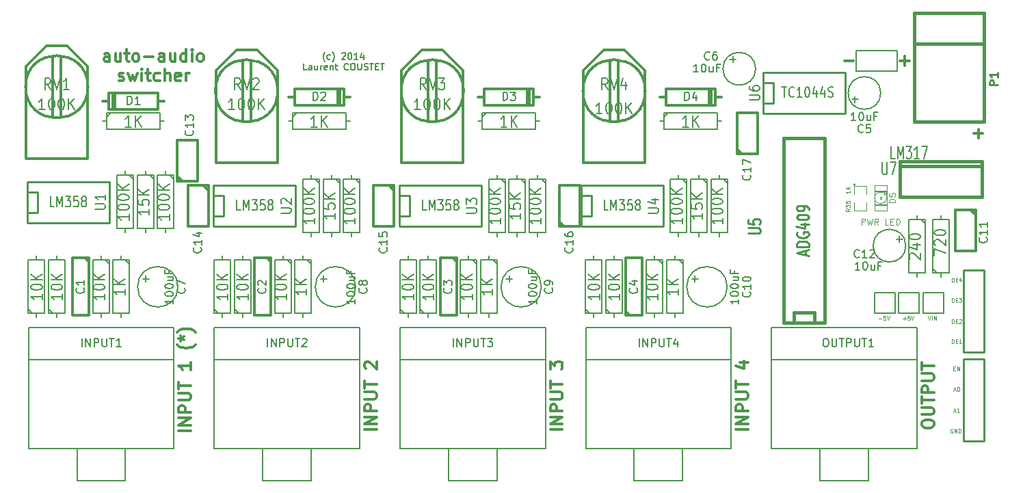
<source format=gto>
G04 (created by PCBNEW (22-Jun-2014 BZR 4027)-stable) date mar. 05 août 2014 21:02:50 CEST*
%MOIN*%
G04 Gerber Fmt 3.4, Leading zero omitted, Abs format*
%FSLAX34Y34*%
G01*
G70*
G90*
G04 APERTURE LIST*
%ADD10C,0.00590551*%
%ADD11C,0.00787402*%
%ADD12C,0.011811*%
%ADD13C,0.00393701*%
%ADD14C,0.012*%
%ADD15C,0.008*%
%ADD16C,0.01*%
%ADD17C,0.015*%
%ADD18C,0.006*%
%ADD19C,0.0039*%
%ADD20C,0.0026*%
%ADD21C,0.004*%
%ADD22C,0.01125*%
%ADD23C,0.0043*%
%ADD24C,0.0035*%
G04 APERTURE END LIST*
G54D10*
G54D11*
X29415Y-64617D02*
X29400Y-64602D01*
X29370Y-64557D01*
X29355Y-64527D01*
X29340Y-64482D01*
X29325Y-64407D01*
X29325Y-64347D01*
X29340Y-64272D01*
X29355Y-64227D01*
X29370Y-64197D01*
X29400Y-64152D01*
X29415Y-64137D01*
X29670Y-64482D02*
X29640Y-64497D01*
X29580Y-64497D01*
X29550Y-64482D01*
X29535Y-64467D01*
X29520Y-64437D01*
X29520Y-64347D01*
X29535Y-64317D01*
X29550Y-64302D01*
X29580Y-64287D01*
X29640Y-64287D01*
X29670Y-64302D01*
X29775Y-64617D02*
X29790Y-64602D01*
X29820Y-64557D01*
X29835Y-64527D01*
X29850Y-64482D01*
X29865Y-64407D01*
X29865Y-64347D01*
X29850Y-64272D01*
X29835Y-64227D01*
X29820Y-64197D01*
X29790Y-64152D01*
X29775Y-64137D01*
X30239Y-64212D02*
X30254Y-64197D01*
X30284Y-64182D01*
X30359Y-64182D01*
X30389Y-64197D01*
X30404Y-64212D01*
X30419Y-64242D01*
X30419Y-64272D01*
X30404Y-64317D01*
X30224Y-64497D01*
X30419Y-64497D01*
X30614Y-64182D02*
X30644Y-64182D01*
X30674Y-64197D01*
X30689Y-64212D01*
X30704Y-64242D01*
X30719Y-64302D01*
X30719Y-64377D01*
X30704Y-64437D01*
X30689Y-64467D01*
X30674Y-64482D01*
X30644Y-64497D01*
X30614Y-64497D01*
X30584Y-64482D01*
X30569Y-64467D01*
X30554Y-64437D01*
X30539Y-64377D01*
X30539Y-64302D01*
X30554Y-64242D01*
X30569Y-64212D01*
X30584Y-64197D01*
X30614Y-64182D01*
X31019Y-64497D02*
X30839Y-64497D01*
X30929Y-64497D02*
X30929Y-64182D01*
X30899Y-64227D01*
X30869Y-64257D01*
X30839Y-64272D01*
X31289Y-64287D02*
X31289Y-64497D01*
X31214Y-64167D02*
X31139Y-64392D01*
X31334Y-64392D01*
X28522Y-65017D02*
X28372Y-65017D01*
X28372Y-64702D01*
X28762Y-65017D02*
X28762Y-64852D01*
X28747Y-64822D01*
X28717Y-64807D01*
X28657Y-64807D01*
X28627Y-64822D01*
X28762Y-65002D02*
X28732Y-65017D01*
X28657Y-65017D01*
X28627Y-65002D01*
X28612Y-64972D01*
X28612Y-64942D01*
X28627Y-64912D01*
X28657Y-64897D01*
X28732Y-64897D01*
X28762Y-64882D01*
X29047Y-64807D02*
X29047Y-65017D01*
X28912Y-64807D02*
X28912Y-64972D01*
X28927Y-65002D01*
X28957Y-65017D01*
X29002Y-65017D01*
X29032Y-65002D01*
X29047Y-64987D01*
X29197Y-65017D02*
X29197Y-64807D01*
X29197Y-64867D02*
X29212Y-64837D01*
X29227Y-64822D01*
X29257Y-64807D01*
X29287Y-64807D01*
X29512Y-65002D02*
X29482Y-65017D01*
X29422Y-65017D01*
X29392Y-65002D01*
X29377Y-64972D01*
X29377Y-64852D01*
X29392Y-64822D01*
X29422Y-64807D01*
X29482Y-64807D01*
X29512Y-64822D01*
X29527Y-64852D01*
X29527Y-64882D01*
X29377Y-64912D01*
X29662Y-64807D02*
X29662Y-65017D01*
X29662Y-64837D02*
X29677Y-64822D01*
X29707Y-64807D01*
X29752Y-64807D01*
X29782Y-64822D01*
X29797Y-64852D01*
X29797Y-65017D01*
X29902Y-64807D02*
X30022Y-64807D01*
X29947Y-64702D02*
X29947Y-64972D01*
X29962Y-65002D01*
X29992Y-65017D01*
X30022Y-65017D01*
X30547Y-64987D02*
X30532Y-65002D01*
X30487Y-65017D01*
X30457Y-65017D01*
X30412Y-65002D01*
X30382Y-64972D01*
X30367Y-64942D01*
X30352Y-64882D01*
X30352Y-64837D01*
X30367Y-64777D01*
X30382Y-64747D01*
X30412Y-64717D01*
X30457Y-64702D01*
X30487Y-64702D01*
X30532Y-64717D01*
X30547Y-64732D01*
X30742Y-64702D02*
X30802Y-64702D01*
X30832Y-64717D01*
X30862Y-64747D01*
X30877Y-64807D01*
X30877Y-64912D01*
X30862Y-64972D01*
X30832Y-65002D01*
X30802Y-65017D01*
X30742Y-65017D01*
X30712Y-65002D01*
X30682Y-64972D01*
X30667Y-64912D01*
X30667Y-64807D01*
X30682Y-64747D01*
X30712Y-64717D01*
X30742Y-64702D01*
X31012Y-64702D02*
X31012Y-64957D01*
X31027Y-64987D01*
X31042Y-65002D01*
X31072Y-65017D01*
X31132Y-65017D01*
X31162Y-65002D01*
X31177Y-64987D01*
X31192Y-64957D01*
X31192Y-64702D01*
X31327Y-65002D02*
X31372Y-65017D01*
X31447Y-65017D01*
X31477Y-65002D01*
X31492Y-64987D01*
X31507Y-64957D01*
X31507Y-64927D01*
X31492Y-64897D01*
X31477Y-64882D01*
X31447Y-64867D01*
X31387Y-64852D01*
X31357Y-64837D01*
X31342Y-64822D01*
X31327Y-64792D01*
X31327Y-64762D01*
X31342Y-64732D01*
X31357Y-64717D01*
X31387Y-64702D01*
X31462Y-64702D01*
X31507Y-64717D01*
X31597Y-64702D02*
X31777Y-64702D01*
X31687Y-65017D02*
X31687Y-64702D01*
X31882Y-64852D02*
X31987Y-64852D01*
X32032Y-65017D02*
X31882Y-65017D01*
X31882Y-64702D01*
X32032Y-64702D01*
X32122Y-64702D02*
X32302Y-64702D01*
X32212Y-65017D02*
X32212Y-64702D01*
G54D12*
X18911Y-64609D02*
X18911Y-64299D01*
X18883Y-64243D01*
X18827Y-64215D01*
X18714Y-64215D01*
X18658Y-64243D01*
X18911Y-64580D02*
X18855Y-64609D01*
X18714Y-64609D01*
X18658Y-64580D01*
X18630Y-64524D01*
X18630Y-64468D01*
X18658Y-64412D01*
X18714Y-64384D01*
X18855Y-64384D01*
X18911Y-64356D01*
X19446Y-64215D02*
X19446Y-64609D01*
X19192Y-64215D02*
X19192Y-64524D01*
X19221Y-64580D01*
X19277Y-64609D01*
X19361Y-64609D01*
X19417Y-64580D01*
X19446Y-64552D01*
X19642Y-64215D02*
X19867Y-64215D01*
X19727Y-64018D02*
X19727Y-64524D01*
X19755Y-64580D01*
X19811Y-64609D01*
X19867Y-64609D01*
X20149Y-64609D02*
X20092Y-64580D01*
X20064Y-64552D01*
X20036Y-64496D01*
X20036Y-64327D01*
X20064Y-64271D01*
X20092Y-64243D01*
X20149Y-64215D01*
X20233Y-64215D01*
X20289Y-64243D01*
X20317Y-64271D01*
X20345Y-64327D01*
X20345Y-64496D01*
X20317Y-64552D01*
X20289Y-64580D01*
X20233Y-64609D01*
X20149Y-64609D01*
X20598Y-64384D02*
X21048Y-64384D01*
X21583Y-64609D02*
X21583Y-64299D01*
X21555Y-64243D01*
X21498Y-64215D01*
X21386Y-64215D01*
X21330Y-64243D01*
X21583Y-64580D02*
X21526Y-64609D01*
X21386Y-64609D01*
X21330Y-64580D01*
X21302Y-64524D01*
X21302Y-64468D01*
X21330Y-64412D01*
X21386Y-64384D01*
X21526Y-64384D01*
X21583Y-64356D01*
X22117Y-64215D02*
X22117Y-64609D01*
X21864Y-64215D02*
X21864Y-64524D01*
X21892Y-64580D01*
X21948Y-64609D01*
X22033Y-64609D01*
X22089Y-64580D01*
X22117Y-64552D01*
X22651Y-64609D02*
X22651Y-64018D01*
X22651Y-64580D02*
X22595Y-64609D01*
X22483Y-64609D01*
X22426Y-64580D01*
X22398Y-64552D01*
X22370Y-64496D01*
X22370Y-64327D01*
X22398Y-64271D01*
X22426Y-64243D01*
X22483Y-64215D01*
X22595Y-64215D01*
X22651Y-64243D01*
X22933Y-64609D02*
X22933Y-64215D01*
X22933Y-64018D02*
X22904Y-64046D01*
X22933Y-64074D01*
X22961Y-64046D01*
X22933Y-64018D01*
X22933Y-64074D01*
X23298Y-64609D02*
X23242Y-64580D01*
X23214Y-64552D01*
X23186Y-64496D01*
X23186Y-64327D01*
X23214Y-64271D01*
X23242Y-64243D01*
X23298Y-64215D01*
X23383Y-64215D01*
X23439Y-64243D01*
X23467Y-64271D01*
X23495Y-64327D01*
X23495Y-64496D01*
X23467Y-64552D01*
X23439Y-64580D01*
X23383Y-64609D01*
X23298Y-64609D01*
X19361Y-65525D02*
X19417Y-65553D01*
X19530Y-65553D01*
X19586Y-65525D01*
X19614Y-65469D01*
X19614Y-65441D01*
X19586Y-65385D01*
X19530Y-65357D01*
X19446Y-65357D01*
X19389Y-65329D01*
X19361Y-65272D01*
X19361Y-65244D01*
X19389Y-65188D01*
X19446Y-65160D01*
X19530Y-65160D01*
X19586Y-65188D01*
X19811Y-65160D02*
X19924Y-65553D01*
X20036Y-65272D01*
X20149Y-65553D01*
X20261Y-65160D01*
X20486Y-65553D02*
X20486Y-65160D01*
X20486Y-64963D02*
X20458Y-64991D01*
X20486Y-65019D01*
X20514Y-64991D01*
X20486Y-64963D01*
X20486Y-65019D01*
X20683Y-65160D02*
X20908Y-65160D01*
X20767Y-64963D02*
X20767Y-65469D01*
X20795Y-65525D01*
X20852Y-65553D01*
X20908Y-65553D01*
X21358Y-65525D02*
X21302Y-65553D01*
X21189Y-65553D01*
X21133Y-65525D01*
X21105Y-65497D01*
X21077Y-65441D01*
X21077Y-65272D01*
X21105Y-65216D01*
X21133Y-65188D01*
X21189Y-65160D01*
X21302Y-65160D01*
X21358Y-65188D01*
X21611Y-65553D02*
X21611Y-64963D01*
X21864Y-65553D02*
X21864Y-65244D01*
X21836Y-65188D01*
X21780Y-65160D01*
X21695Y-65160D01*
X21639Y-65188D01*
X21611Y-65216D01*
X22370Y-65525D02*
X22314Y-65553D01*
X22201Y-65553D01*
X22145Y-65525D01*
X22117Y-65469D01*
X22117Y-65244D01*
X22145Y-65188D01*
X22201Y-65160D01*
X22314Y-65160D01*
X22370Y-65188D01*
X22398Y-65244D01*
X22398Y-65300D01*
X22117Y-65357D01*
X22651Y-65553D02*
X22651Y-65160D01*
X22651Y-65272D02*
X22679Y-65216D01*
X22708Y-65188D01*
X22764Y-65160D01*
X22820Y-65160D01*
X22876Y-82606D02*
X22286Y-82606D01*
X22876Y-82325D02*
X22286Y-82325D01*
X22876Y-81988D01*
X22286Y-81988D01*
X22876Y-81706D02*
X22286Y-81706D01*
X22286Y-81482D01*
X22314Y-81425D01*
X22342Y-81397D01*
X22398Y-81369D01*
X22483Y-81369D01*
X22539Y-81397D01*
X22567Y-81425D01*
X22595Y-81482D01*
X22595Y-81706D01*
X22286Y-81116D02*
X22764Y-81116D01*
X22820Y-81088D01*
X22848Y-81060D01*
X22876Y-81003D01*
X22876Y-80891D01*
X22848Y-80835D01*
X22820Y-80807D01*
X22764Y-80778D01*
X22286Y-80778D01*
X22286Y-80582D02*
X22286Y-80244D01*
X22876Y-80413D02*
X22286Y-80413D01*
X22876Y-79288D02*
X22876Y-79625D01*
X22876Y-79457D02*
X22286Y-79457D01*
X22370Y-79513D01*
X22426Y-79569D01*
X22455Y-79625D01*
X23101Y-78416D02*
X23073Y-78444D01*
X22989Y-78501D01*
X22933Y-78529D01*
X22848Y-78557D01*
X22708Y-78585D01*
X22595Y-78585D01*
X22455Y-78557D01*
X22370Y-78529D01*
X22314Y-78501D01*
X22230Y-78444D01*
X22201Y-78416D01*
X22286Y-78107D02*
X22426Y-78107D01*
X22370Y-78248D02*
X22426Y-78107D01*
X22370Y-77966D01*
X22539Y-78191D02*
X22426Y-78107D01*
X22539Y-78023D01*
X23101Y-77798D02*
X23073Y-77769D01*
X22989Y-77713D01*
X22933Y-77685D01*
X22848Y-77657D01*
X22708Y-77629D01*
X22595Y-77629D01*
X22455Y-77657D01*
X22370Y-77685D01*
X22314Y-77713D01*
X22230Y-77769D01*
X22201Y-77798D01*
X31931Y-82550D02*
X31341Y-82550D01*
X31931Y-82269D02*
X31341Y-82269D01*
X31931Y-81931D01*
X31341Y-81931D01*
X31931Y-81650D02*
X31341Y-81650D01*
X31341Y-81425D01*
X31369Y-81369D01*
X31397Y-81341D01*
X31453Y-81313D01*
X31538Y-81313D01*
X31594Y-81341D01*
X31622Y-81369D01*
X31650Y-81425D01*
X31650Y-81650D01*
X31341Y-81060D02*
X31819Y-81060D01*
X31875Y-81032D01*
X31903Y-81003D01*
X31931Y-80947D01*
X31931Y-80835D01*
X31903Y-80778D01*
X31875Y-80750D01*
X31819Y-80722D01*
X31341Y-80722D01*
X31341Y-80525D02*
X31341Y-80188D01*
X31931Y-80357D02*
X31341Y-80357D01*
X31397Y-79569D02*
X31369Y-79541D01*
X31341Y-79485D01*
X31341Y-79344D01*
X31369Y-79288D01*
X31397Y-79260D01*
X31453Y-79232D01*
X31510Y-79232D01*
X31594Y-79260D01*
X31931Y-79597D01*
X31931Y-79232D01*
X40987Y-82550D02*
X40396Y-82550D01*
X40987Y-82269D02*
X40396Y-82269D01*
X40987Y-81931D01*
X40396Y-81931D01*
X40987Y-81650D02*
X40396Y-81650D01*
X40396Y-81425D01*
X40424Y-81369D01*
X40452Y-81341D01*
X40508Y-81313D01*
X40593Y-81313D01*
X40649Y-81341D01*
X40677Y-81369D01*
X40705Y-81425D01*
X40705Y-81650D01*
X40396Y-81060D02*
X40874Y-81060D01*
X40930Y-81032D01*
X40958Y-81003D01*
X40987Y-80947D01*
X40987Y-80835D01*
X40958Y-80778D01*
X40930Y-80750D01*
X40874Y-80722D01*
X40396Y-80722D01*
X40396Y-80525D02*
X40396Y-80188D01*
X40987Y-80357D02*
X40396Y-80357D01*
X40396Y-79597D02*
X40396Y-79232D01*
X40621Y-79429D01*
X40621Y-79344D01*
X40649Y-79288D01*
X40677Y-79260D01*
X40733Y-79232D01*
X40874Y-79232D01*
X40930Y-79260D01*
X40958Y-79288D01*
X40987Y-79344D01*
X40987Y-79513D01*
X40958Y-79569D01*
X40930Y-79597D01*
X50042Y-82550D02*
X49451Y-82550D01*
X50042Y-82269D02*
X49451Y-82269D01*
X50042Y-81931D01*
X49451Y-81931D01*
X50042Y-81650D02*
X49451Y-81650D01*
X49451Y-81425D01*
X49479Y-81369D01*
X49507Y-81341D01*
X49564Y-81313D01*
X49648Y-81313D01*
X49704Y-81341D01*
X49732Y-81369D01*
X49760Y-81425D01*
X49760Y-81650D01*
X49451Y-81060D02*
X49929Y-81060D01*
X49985Y-81032D01*
X50014Y-81003D01*
X50042Y-80947D01*
X50042Y-80835D01*
X50014Y-80778D01*
X49985Y-80750D01*
X49929Y-80722D01*
X49451Y-80722D01*
X49451Y-80525D02*
X49451Y-80188D01*
X50042Y-80357D02*
X49451Y-80357D01*
X49648Y-79288D02*
X50042Y-79288D01*
X49423Y-79429D02*
X49845Y-79569D01*
X49845Y-79204D01*
X58506Y-82325D02*
X58506Y-82213D01*
X58534Y-82156D01*
X58591Y-82100D01*
X58703Y-82072D01*
X58900Y-82072D01*
X59012Y-82100D01*
X59069Y-82156D01*
X59097Y-82213D01*
X59097Y-82325D01*
X59069Y-82381D01*
X59012Y-82438D01*
X58900Y-82466D01*
X58703Y-82466D01*
X58591Y-82438D01*
X58534Y-82381D01*
X58506Y-82325D01*
X58506Y-81819D02*
X58984Y-81819D01*
X59041Y-81791D01*
X59069Y-81763D01*
X59097Y-81706D01*
X59097Y-81594D01*
X59069Y-81538D01*
X59041Y-81510D01*
X58984Y-81482D01*
X58506Y-81482D01*
X58506Y-81285D02*
X58506Y-80947D01*
X59097Y-81116D02*
X58506Y-81116D01*
X59097Y-80750D02*
X58506Y-80750D01*
X58506Y-80525D01*
X58534Y-80469D01*
X58562Y-80441D01*
X58619Y-80413D01*
X58703Y-80413D01*
X58759Y-80441D01*
X58787Y-80469D01*
X58816Y-80525D01*
X58816Y-80750D01*
X58506Y-80160D02*
X58984Y-80160D01*
X59041Y-80132D01*
X59069Y-80104D01*
X59097Y-80047D01*
X59097Y-79935D01*
X59069Y-79879D01*
X59041Y-79850D01*
X58984Y-79822D01*
X58506Y-79822D01*
X58506Y-79625D02*
X58506Y-79288D01*
X59097Y-79457D02*
X58506Y-79457D01*
G54D13*
X58800Y-77008D02*
X58865Y-77205D01*
X58931Y-77008D01*
X58997Y-77205D02*
X58997Y-77008D01*
X59090Y-77205D02*
X59090Y-77008D01*
X59203Y-77205D01*
X59203Y-77008D01*
X57581Y-77130D02*
X57731Y-77130D01*
X57656Y-77205D02*
X57656Y-77055D01*
X57919Y-77008D02*
X57825Y-77008D01*
X57815Y-77102D01*
X57825Y-77093D01*
X57844Y-77083D01*
X57890Y-77083D01*
X57909Y-77093D01*
X57919Y-77102D01*
X57928Y-77121D01*
X57928Y-77168D01*
X57919Y-77186D01*
X57909Y-77196D01*
X57890Y-77205D01*
X57844Y-77205D01*
X57825Y-77196D01*
X57815Y-77186D01*
X57984Y-77008D02*
X58050Y-77205D01*
X58115Y-77008D01*
X56400Y-77130D02*
X56550Y-77130D01*
X56737Y-77008D02*
X56644Y-77008D01*
X56634Y-77102D01*
X56644Y-77093D01*
X56662Y-77083D01*
X56709Y-77083D01*
X56728Y-77093D01*
X56737Y-77102D01*
X56747Y-77121D01*
X56747Y-77168D01*
X56737Y-77186D01*
X56728Y-77196D01*
X56709Y-77205D01*
X56662Y-77205D01*
X56644Y-77196D01*
X56634Y-77186D01*
X56803Y-77008D02*
X56869Y-77205D01*
X56934Y-77008D01*
G54D12*
X61034Y-68124D02*
X61484Y-68124D01*
X61259Y-68349D02*
X61259Y-67899D01*
X54735Y-64580D02*
X55185Y-64580D01*
X57452Y-64580D02*
X57902Y-64580D01*
X57677Y-64805D02*
X57677Y-64356D01*
G54D13*
X60007Y-82529D02*
X59988Y-82520D01*
X59960Y-82520D01*
X59932Y-82529D01*
X59913Y-82548D01*
X59904Y-82567D01*
X59895Y-82604D01*
X59895Y-82633D01*
X59904Y-82670D01*
X59913Y-82689D01*
X59932Y-82708D01*
X59960Y-82717D01*
X59979Y-82717D01*
X60007Y-82708D01*
X60016Y-82698D01*
X60016Y-82633D01*
X59979Y-82633D01*
X60101Y-82717D02*
X60101Y-82520D01*
X60213Y-82717D01*
X60213Y-82520D01*
X60307Y-82717D02*
X60307Y-82520D01*
X60354Y-82520D01*
X60382Y-82529D01*
X60401Y-82548D01*
X60410Y-82567D01*
X60419Y-82604D01*
X60419Y-82633D01*
X60410Y-82670D01*
X60401Y-82689D01*
X60382Y-82708D01*
X60354Y-82717D01*
X60307Y-82717D01*
X60056Y-81637D02*
X60149Y-81637D01*
X60037Y-81693D02*
X60103Y-81497D01*
X60168Y-81693D01*
X60337Y-81693D02*
X60224Y-81693D01*
X60281Y-81693D02*
X60281Y-81497D01*
X60262Y-81525D01*
X60243Y-81543D01*
X60224Y-81553D01*
X60056Y-80613D02*
X60149Y-80613D01*
X60037Y-80670D02*
X60103Y-80473D01*
X60168Y-80670D01*
X60271Y-80473D02*
X60290Y-80473D01*
X60309Y-80482D01*
X60318Y-80492D01*
X60328Y-80510D01*
X60337Y-80548D01*
X60337Y-80595D01*
X60328Y-80632D01*
X60318Y-80651D01*
X60309Y-80660D01*
X60290Y-80670D01*
X60271Y-80670D01*
X60253Y-80660D01*
X60243Y-80651D01*
X60234Y-80632D01*
X60224Y-80595D01*
X60224Y-80548D01*
X60234Y-80510D01*
X60243Y-80492D01*
X60253Y-80482D01*
X60271Y-80473D01*
X60051Y-79582D02*
X60117Y-79582D01*
X60145Y-79685D02*
X60051Y-79685D01*
X60051Y-79489D01*
X60145Y-79489D01*
X60229Y-79685D02*
X60229Y-79489D01*
X60342Y-79685D01*
X60342Y-79489D01*
X59962Y-78347D02*
X59962Y-78150D01*
X60009Y-78150D01*
X60037Y-78159D01*
X60056Y-78178D01*
X60065Y-78197D01*
X60074Y-78234D01*
X60074Y-78263D01*
X60065Y-78300D01*
X60056Y-78319D01*
X60037Y-78338D01*
X60009Y-78347D01*
X59962Y-78347D01*
X60159Y-78244D02*
X60224Y-78244D01*
X60253Y-78347D02*
X60159Y-78347D01*
X60159Y-78150D01*
X60253Y-78150D01*
X60440Y-78347D02*
X60328Y-78347D01*
X60384Y-78347D02*
X60384Y-78150D01*
X60365Y-78178D01*
X60346Y-78197D01*
X60328Y-78206D01*
X59962Y-77363D02*
X59962Y-77166D01*
X60009Y-77166D01*
X60037Y-77175D01*
X60056Y-77194D01*
X60065Y-77213D01*
X60074Y-77250D01*
X60074Y-77278D01*
X60065Y-77316D01*
X60056Y-77335D01*
X60037Y-77353D01*
X60009Y-77363D01*
X59962Y-77363D01*
X60159Y-77260D02*
X60224Y-77260D01*
X60253Y-77363D02*
X60159Y-77363D01*
X60159Y-77166D01*
X60253Y-77166D01*
X60328Y-77185D02*
X60337Y-77175D01*
X60356Y-77166D01*
X60403Y-77166D01*
X60421Y-77175D01*
X60431Y-77185D01*
X60440Y-77203D01*
X60440Y-77222D01*
X60431Y-77250D01*
X60318Y-77363D01*
X60440Y-77363D01*
X59962Y-76339D02*
X59962Y-76142D01*
X60009Y-76142D01*
X60037Y-76152D01*
X60056Y-76170D01*
X60065Y-76189D01*
X60074Y-76227D01*
X60074Y-76255D01*
X60065Y-76292D01*
X60056Y-76311D01*
X60037Y-76330D01*
X60009Y-76339D01*
X59962Y-76339D01*
X60159Y-76236D02*
X60224Y-76236D01*
X60253Y-76339D02*
X60159Y-76339D01*
X60159Y-76142D01*
X60253Y-76142D01*
X60318Y-76142D02*
X60440Y-76142D01*
X60374Y-76217D01*
X60403Y-76217D01*
X60421Y-76227D01*
X60431Y-76236D01*
X60440Y-76255D01*
X60440Y-76302D01*
X60431Y-76320D01*
X60421Y-76330D01*
X60403Y-76339D01*
X60346Y-76339D01*
X60328Y-76330D01*
X60318Y-76320D01*
X59962Y-75355D02*
X59962Y-75158D01*
X60009Y-75158D01*
X60037Y-75167D01*
X60056Y-75186D01*
X60065Y-75205D01*
X60074Y-75242D01*
X60074Y-75270D01*
X60065Y-75308D01*
X60056Y-75327D01*
X60037Y-75345D01*
X60009Y-75355D01*
X59962Y-75355D01*
X60159Y-75252D02*
X60224Y-75252D01*
X60253Y-75355D02*
X60159Y-75355D01*
X60159Y-75158D01*
X60253Y-75158D01*
X60421Y-75224D02*
X60421Y-75355D01*
X60374Y-75149D02*
X60328Y-75289D01*
X60449Y-75289D01*
G54D14*
X14838Y-69338D02*
X14838Y-64838D01*
X14838Y-64838D02*
X15838Y-63838D01*
X15838Y-63838D02*
X16838Y-63838D01*
X16838Y-63838D02*
X17838Y-64838D01*
X17838Y-64838D02*
X17838Y-69338D01*
X17838Y-69338D02*
X14838Y-69338D01*
X14838Y-66038D02*
X14838Y-65588D01*
X17838Y-65688D02*
X17838Y-66038D01*
X16138Y-67338D02*
X16138Y-64388D01*
X16538Y-67338D02*
X16538Y-64388D01*
X17859Y-65838D02*
G75*
G03X17859Y-65838I-1520J0D01*
G74*
G01*
X24090Y-69535D02*
X24090Y-65035D01*
X24090Y-65035D02*
X25090Y-64035D01*
X25090Y-64035D02*
X26090Y-64035D01*
X26090Y-64035D02*
X27090Y-65035D01*
X27090Y-65035D02*
X27090Y-69535D01*
X27090Y-69535D02*
X24090Y-69535D01*
X24090Y-66235D02*
X24090Y-65785D01*
X27090Y-65885D02*
X27090Y-66235D01*
X25390Y-67535D02*
X25390Y-64585D01*
X25790Y-67535D02*
X25790Y-64585D01*
X27111Y-66035D02*
G75*
G03X27111Y-66035I-1520J0D01*
G74*
G01*
X33145Y-69535D02*
X33145Y-65035D01*
X33145Y-65035D02*
X34145Y-64035D01*
X34145Y-64035D02*
X35145Y-64035D01*
X35145Y-64035D02*
X36145Y-65035D01*
X36145Y-65035D02*
X36145Y-69535D01*
X36145Y-69535D02*
X33145Y-69535D01*
X33145Y-66235D02*
X33145Y-65785D01*
X36145Y-65885D02*
X36145Y-66235D01*
X34445Y-67535D02*
X34445Y-64585D01*
X34845Y-67535D02*
X34845Y-64585D01*
X36166Y-66035D02*
G75*
G03X36166Y-66035I-1520J0D01*
G74*
G01*
X42003Y-69535D02*
X42003Y-65035D01*
X42003Y-65035D02*
X43003Y-64035D01*
X43003Y-64035D02*
X44003Y-64035D01*
X44003Y-64035D02*
X45003Y-65035D01*
X45003Y-65035D02*
X45003Y-69535D01*
X45003Y-69535D02*
X42003Y-69535D01*
X42003Y-66235D02*
X42003Y-65785D01*
X45003Y-65885D02*
X45003Y-66235D01*
X43303Y-67535D02*
X43303Y-64585D01*
X43703Y-67535D02*
X43703Y-64585D01*
X45024Y-66035D02*
G75*
G03X45024Y-66035I-1520J0D01*
G74*
G01*
G54D15*
X27633Y-67519D02*
X27833Y-67519D01*
X30633Y-67519D02*
X30433Y-67519D01*
X30433Y-67519D02*
X30433Y-67119D01*
X30433Y-67119D02*
X27833Y-67119D01*
X27833Y-67119D02*
X27833Y-67919D01*
X27833Y-67919D02*
X30433Y-67919D01*
X30433Y-67919D02*
X30433Y-67519D01*
X27833Y-67319D02*
X28033Y-67119D01*
X15354Y-77090D02*
X15354Y-76890D01*
X15354Y-74090D02*
X15354Y-74290D01*
X15354Y-74290D02*
X14954Y-74290D01*
X14954Y-74290D02*
X14954Y-76890D01*
X14954Y-76890D02*
X15754Y-76890D01*
X15754Y-76890D02*
X15754Y-74290D01*
X15754Y-74290D02*
X15354Y-74290D01*
X15154Y-76890D02*
X14954Y-76690D01*
X33464Y-77090D02*
X33464Y-76890D01*
X33464Y-74090D02*
X33464Y-74290D01*
X33464Y-74290D02*
X33064Y-74290D01*
X33064Y-74290D02*
X33064Y-76890D01*
X33064Y-76890D02*
X33864Y-76890D01*
X33864Y-76890D02*
X33864Y-74290D01*
X33864Y-74290D02*
X33464Y-74290D01*
X33264Y-76890D02*
X33064Y-76690D01*
X34448Y-77090D02*
X34448Y-76890D01*
X34448Y-74090D02*
X34448Y-74290D01*
X34448Y-74290D02*
X34048Y-74290D01*
X34048Y-74290D02*
X34048Y-76890D01*
X34048Y-76890D02*
X34848Y-76890D01*
X34848Y-76890D02*
X34848Y-74290D01*
X34848Y-74290D02*
X34448Y-74290D01*
X34248Y-76890D02*
X34048Y-76690D01*
X36417Y-74090D02*
X36417Y-74290D01*
X36417Y-77090D02*
X36417Y-76890D01*
X36417Y-76890D02*
X36817Y-76890D01*
X36817Y-76890D02*
X36817Y-74290D01*
X36817Y-74290D02*
X36017Y-74290D01*
X36017Y-74290D02*
X36017Y-76890D01*
X36017Y-76890D02*
X36417Y-76890D01*
X36617Y-74290D02*
X36817Y-74490D01*
X37795Y-70153D02*
X37795Y-70353D01*
X37795Y-73153D02*
X37795Y-72953D01*
X37795Y-72953D02*
X38195Y-72953D01*
X38195Y-72953D02*
X38195Y-70353D01*
X38195Y-70353D02*
X37395Y-70353D01*
X37395Y-70353D02*
X37395Y-72953D01*
X37395Y-72953D02*
X37795Y-72953D01*
X37995Y-70353D02*
X38195Y-70553D01*
X37401Y-74090D02*
X37401Y-74290D01*
X37401Y-77090D02*
X37401Y-76890D01*
X37401Y-76890D02*
X37801Y-76890D01*
X37801Y-76890D02*
X37801Y-74290D01*
X37801Y-74290D02*
X37001Y-74290D01*
X37001Y-74290D02*
X37001Y-76890D01*
X37001Y-76890D02*
X37401Y-76890D01*
X37601Y-74290D02*
X37801Y-74490D01*
X39763Y-70153D02*
X39763Y-70353D01*
X39763Y-73153D02*
X39763Y-72953D01*
X39763Y-72953D02*
X40163Y-72953D01*
X40163Y-72953D02*
X40163Y-70353D01*
X40163Y-70353D02*
X39363Y-70353D01*
X39363Y-70353D02*
X39363Y-72953D01*
X39363Y-72953D02*
X39763Y-72953D01*
X39963Y-70353D02*
X40163Y-70553D01*
X36885Y-67519D02*
X37085Y-67519D01*
X39885Y-67519D02*
X39685Y-67519D01*
X39685Y-67519D02*
X39685Y-67119D01*
X39685Y-67119D02*
X37085Y-67119D01*
X37085Y-67119D02*
X37085Y-67919D01*
X37085Y-67919D02*
X39685Y-67919D01*
X39685Y-67919D02*
X39685Y-67519D01*
X37085Y-67319D02*
X37285Y-67119D01*
X42519Y-77090D02*
X42519Y-76890D01*
X42519Y-74090D02*
X42519Y-74290D01*
X42519Y-74290D02*
X42119Y-74290D01*
X42119Y-74290D02*
X42119Y-76890D01*
X42119Y-76890D02*
X42919Y-76890D01*
X42919Y-76890D02*
X42919Y-74290D01*
X42919Y-74290D02*
X42519Y-74290D01*
X42319Y-76890D02*
X42119Y-76690D01*
X43503Y-77090D02*
X43503Y-76890D01*
X43503Y-74090D02*
X43503Y-74290D01*
X43503Y-74290D02*
X43103Y-74290D01*
X43103Y-74290D02*
X43103Y-76890D01*
X43103Y-76890D02*
X43903Y-76890D01*
X43903Y-76890D02*
X43903Y-74290D01*
X43903Y-74290D02*
X43503Y-74290D01*
X43303Y-76890D02*
X43103Y-76690D01*
X45472Y-74090D02*
X45472Y-74290D01*
X45472Y-77090D02*
X45472Y-76890D01*
X45472Y-76890D02*
X45872Y-76890D01*
X45872Y-76890D02*
X45872Y-74290D01*
X45872Y-74290D02*
X45072Y-74290D01*
X45072Y-74290D02*
X45072Y-76890D01*
X45072Y-76890D02*
X45472Y-76890D01*
X45672Y-74290D02*
X45872Y-74490D01*
X46653Y-70153D02*
X46653Y-70353D01*
X46653Y-73153D02*
X46653Y-72953D01*
X46653Y-72953D02*
X47053Y-72953D01*
X47053Y-72953D02*
X47053Y-70353D01*
X47053Y-70353D02*
X46253Y-70353D01*
X46253Y-70353D02*
X46253Y-72953D01*
X46253Y-72953D02*
X46653Y-72953D01*
X46853Y-70353D02*
X47053Y-70553D01*
X46456Y-74090D02*
X46456Y-74290D01*
X46456Y-77090D02*
X46456Y-76890D01*
X46456Y-76890D02*
X46856Y-76890D01*
X46856Y-76890D02*
X46856Y-74290D01*
X46856Y-74290D02*
X46056Y-74290D01*
X46056Y-74290D02*
X46056Y-76890D01*
X46056Y-76890D02*
X46456Y-76890D01*
X46656Y-74290D02*
X46856Y-74490D01*
X48622Y-70153D02*
X48622Y-70353D01*
X48622Y-73153D02*
X48622Y-72953D01*
X48622Y-72953D02*
X49022Y-72953D01*
X49022Y-72953D02*
X49022Y-70353D01*
X49022Y-70353D02*
X48222Y-70353D01*
X48222Y-70353D02*
X48222Y-72953D01*
X48222Y-72953D02*
X48622Y-72953D01*
X48822Y-70353D02*
X49022Y-70553D01*
X45744Y-67519D02*
X45944Y-67519D01*
X48744Y-67519D02*
X48544Y-67519D01*
X48544Y-67519D02*
X48544Y-67119D01*
X48544Y-67119D02*
X45944Y-67119D01*
X45944Y-67119D02*
X45944Y-67919D01*
X45944Y-67919D02*
X48544Y-67919D01*
X48544Y-67919D02*
X48544Y-67519D01*
X45944Y-67319D02*
X46144Y-67119D01*
X47637Y-70153D02*
X47637Y-70353D01*
X47637Y-73153D02*
X47637Y-72953D01*
X47637Y-72953D02*
X48037Y-72953D01*
X48037Y-72953D02*
X48037Y-70353D01*
X48037Y-70353D02*
X47237Y-70353D01*
X47237Y-70353D02*
X47237Y-72953D01*
X47237Y-72953D02*
X47637Y-72953D01*
X47837Y-70353D02*
X48037Y-70553D01*
X38779Y-70153D02*
X38779Y-70353D01*
X38779Y-73153D02*
X38779Y-72953D01*
X38779Y-72953D02*
X39179Y-72953D01*
X39179Y-72953D02*
X39179Y-70353D01*
X39179Y-70353D02*
X38379Y-70353D01*
X38379Y-70353D02*
X38379Y-72953D01*
X38379Y-72953D02*
X38779Y-72953D01*
X38979Y-70353D02*
X39179Y-70553D01*
X29724Y-70153D02*
X29724Y-70353D01*
X29724Y-73153D02*
X29724Y-72953D01*
X29724Y-72953D02*
X30124Y-72953D01*
X30124Y-72953D02*
X30124Y-70353D01*
X30124Y-70353D02*
X29324Y-70353D01*
X29324Y-70353D02*
X29324Y-72953D01*
X29324Y-72953D02*
X29724Y-72953D01*
X29924Y-70353D02*
X30124Y-70553D01*
X20669Y-69956D02*
X20669Y-70156D01*
X20669Y-72956D02*
X20669Y-72756D01*
X20669Y-72756D02*
X21069Y-72756D01*
X21069Y-72756D02*
X21069Y-70156D01*
X21069Y-70156D02*
X20269Y-70156D01*
X20269Y-70156D02*
X20269Y-72756D01*
X20269Y-72756D02*
X20669Y-72756D01*
X20869Y-70156D02*
X21069Y-70356D01*
X24409Y-77090D02*
X24409Y-76890D01*
X24409Y-74090D02*
X24409Y-74290D01*
X24409Y-74290D02*
X24009Y-74290D01*
X24009Y-74290D02*
X24009Y-76890D01*
X24009Y-76890D02*
X24809Y-76890D01*
X24809Y-76890D02*
X24809Y-74290D01*
X24809Y-74290D02*
X24409Y-74290D01*
X24209Y-76890D02*
X24009Y-76690D01*
X18578Y-67519D02*
X18778Y-67519D01*
X21578Y-67519D02*
X21378Y-67519D01*
X21378Y-67519D02*
X21378Y-67119D01*
X21378Y-67119D02*
X18778Y-67119D01*
X18778Y-67119D02*
X18778Y-67919D01*
X18778Y-67919D02*
X21378Y-67919D01*
X21378Y-67919D02*
X21378Y-67519D01*
X18778Y-67319D02*
X18978Y-67119D01*
X21653Y-69956D02*
X21653Y-70156D01*
X21653Y-72956D02*
X21653Y-72756D01*
X21653Y-72756D02*
X22053Y-72756D01*
X22053Y-72756D02*
X22053Y-70156D01*
X22053Y-70156D02*
X21253Y-70156D01*
X21253Y-70156D02*
X21253Y-72756D01*
X21253Y-72756D02*
X21653Y-72756D01*
X21853Y-70156D02*
X22053Y-70356D01*
X30708Y-70153D02*
X30708Y-70353D01*
X30708Y-73153D02*
X30708Y-72953D01*
X30708Y-72953D02*
X31108Y-72953D01*
X31108Y-72953D02*
X31108Y-70353D01*
X31108Y-70353D02*
X30308Y-70353D01*
X30308Y-70353D02*
X30308Y-72953D01*
X30308Y-72953D02*
X30708Y-72953D01*
X30908Y-70353D02*
X31108Y-70553D01*
X19488Y-74090D02*
X19488Y-74290D01*
X19488Y-77090D02*
X19488Y-76890D01*
X19488Y-76890D02*
X19888Y-76890D01*
X19888Y-76890D02*
X19888Y-74290D01*
X19888Y-74290D02*
X19088Y-74290D01*
X19088Y-74290D02*
X19088Y-76890D01*
X19088Y-76890D02*
X19488Y-76890D01*
X19688Y-74290D02*
X19888Y-74490D01*
X19685Y-69956D02*
X19685Y-70156D01*
X19685Y-72956D02*
X19685Y-72756D01*
X19685Y-72756D02*
X20085Y-72756D01*
X20085Y-72756D02*
X20085Y-70156D01*
X20085Y-70156D02*
X19285Y-70156D01*
X19285Y-70156D02*
X19285Y-72756D01*
X19285Y-72756D02*
X19685Y-72756D01*
X19885Y-70156D02*
X20085Y-70356D01*
X25393Y-77090D02*
X25393Y-76890D01*
X25393Y-74090D02*
X25393Y-74290D01*
X25393Y-74290D02*
X24993Y-74290D01*
X24993Y-74290D02*
X24993Y-76890D01*
X24993Y-76890D02*
X25793Y-76890D01*
X25793Y-76890D02*
X25793Y-74290D01*
X25793Y-74290D02*
X25393Y-74290D01*
X25193Y-76890D02*
X24993Y-76690D01*
X18503Y-74090D02*
X18503Y-74290D01*
X18503Y-77090D02*
X18503Y-76890D01*
X18503Y-76890D02*
X18903Y-76890D01*
X18903Y-76890D02*
X18903Y-74290D01*
X18903Y-74290D02*
X18103Y-74290D01*
X18103Y-74290D02*
X18103Y-76890D01*
X18103Y-76890D02*
X18503Y-76890D01*
X18703Y-74290D02*
X18903Y-74490D01*
X27362Y-74090D02*
X27362Y-74290D01*
X27362Y-77090D02*
X27362Y-76890D01*
X27362Y-76890D02*
X27762Y-76890D01*
X27762Y-76890D02*
X27762Y-74290D01*
X27762Y-74290D02*
X26962Y-74290D01*
X26962Y-74290D02*
X26962Y-76890D01*
X26962Y-76890D02*
X27362Y-76890D01*
X27562Y-74290D02*
X27762Y-74490D01*
X28740Y-70153D02*
X28740Y-70353D01*
X28740Y-73153D02*
X28740Y-72953D01*
X28740Y-72953D02*
X29140Y-72953D01*
X29140Y-72953D02*
X29140Y-70353D01*
X29140Y-70353D02*
X28340Y-70353D01*
X28340Y-70353D02*
X28340Y-72953D01*
X28340Y-72953D02*
X28740Y-72953D01*
X28940Y-70353D02*
X29140Y-70553D01*
X28346Y-74090D02*
X28346Y-74290D01*
X28346Y-77090D02*
X28346Y-76890D01*
X28346Y-76890D02*
X28746Y-76890D01*
X28746Y-76890D02*
X28746Y-74290D01*
X28746Y-74290D02*
X27946Y-74290D01*
X27946Y-74290D02*
X27946Y-76890D01*
X27946Y-76890D02*
X28346Y-76890D01*
X28546Y-74290D02*
X28746Y-74490D01*
X16338Y-77090D02*
X16338Y-76890D01*
X16338Y-74090D02*
X16338Y-74290D01*
X16338Y-74290D02*
X15938Y-74290D01*
X15938Y-74290D02*
X15938Y-76890D01*
X15938Y-76890D02*
X16738Y-76890D01*
X16738Y-76890D02*
X16738Y-74290D01*
X16738Y-74290D02*
X16338Y-74290D01*
X16138Y-76890D02*
X15938Y-76690D01*
G54D16*
X41897Y-71153D02*
X42397Y-71153D01*
X42397Y-71153D02*
X42397Y-72153D01*
X42397Y-72153D02*
X41897Y-72153D01*
X41897Y-70653D02*
X45897Y-70653D01*
X45897Y-70653D02*
X45897Y-72653D01*
X45897Y-72653D02*
X41897Y-72653D01*
X41897Y-72653D02*
X41897Y-70653D01*
X23984Y-71153D02*
X24484Y-71153D01*
X24484Y-71153D02*
X24484Y-72153D01*
X24484Y-72153D02*
X23984Y-72153D01*
X23984Y-70653D02*
X27984Y-70653D01*
X27984Y-70653D02*
X27984Y-72653D01*
X27984Y-72653D02*
X23984Y-72653D01*
X23984Y-72653D02*
X23984Y-70653D01*
X33039Y-71153D02*
X33539Y-71153D01*
X33539Y-71153D02*
X33539Y-72153D01*
X33539Y-72153D02*
X33039Y-72153D01*
X33039Y-70653D02*
X37039Y-70653D01*
X37039Y-70653D02*
X37039Y-72653D01*
X37039Y-72653D02*
X33039Y-72653D01*
X33039Y-72653D02*
X33039Y-70653D01*
X50755Y-65641D02*
X51255Y-65641D01*
X51255Y-65641D02*
X51255Y-66641D01*
X51255Y-66641D02*
X50755Y-66641D01*
X50755Y-65141D02*
X54755Y-65141D01*
X54755Y-65141D02*
X54755Y-67141D01*
X54755Y-67141D02*
X50755Y-67141D01*
X50755Y-67141D02*
X50755Y-65141D01*
X14893Y-70984D02*
X15393Y-70984D01*
X15393Y-70984D02*
X15393Y-71984D01*
X15393Y-71984D02*
X14893Y-71984D01*
X14893Y-70484D02*
X18893Y-70484D01*
X18893Y-70484D02*
X18893Y-72484D01*
X18893Y-72484D02*
X14893Y-72484D01*
X14893Y-72484D02*
X14893Y-70484D01*
G54D17*
X52255Y-77334D02*
X52255Y-77334D01*
X52255Y-77334D02*
X52255Y-76834D01*
X52255Y-76834D02*
X53255Y-76834D01*
X53255Y-76834D02*
X53255Y-77334D01*
X51755Y-77334D02*
X51755Y-68334D01*
X51755Y-68334D02*
X53755Y-68334D01*
X53755Y-68334D02*
X53755Y-77334D01*
X53755Y-77334D02*
X51755Y-77334D01*
G54D14*
X39885Y-66338D02*
X39585Y-66338D01*
X39585Y-66338D02*
X39585Y-65938D01*
X39585Y-65938D02*
X37185Y-65938D01*
X37185Y-65938D02*
X37185Y-66338D01*
X37185Y-66338D02*
X36885Y-66338D01*
X37185Y-66338D02*
X37185Y-66738D01*
X37185Y-66738D02*
X39585Y-66738D01*
X39585Y-66738D02*
X39585Y-66338D01*
X39385Y-65938D02*
X39385Y-66738D01*
X39285Y-66738D02*
X39285Y-65938D01*
X30633Y-66338D02*
X30333Y-66338D01*
X30333Y-66338D02*
X30333Y-65938D01*
X30333Y-65938D02*
X27933Y-65938D01*
X27933Y-65938D02*
X27933Y-66338D01*
X27933Y-66338D02*
X27633Y-66338D01*
X27933Y-66338D02*
X27933Y-66738D01*
X27933Y-66738D02*
X30333Y-66738D01*
X30333Y-66738D02*
X30333Y-66338D01*
X30133Y-65938D02*
X30133Y-66738D01*
X30033Y-66738D02*
X30033Y-65938D01*
X18578Y-66535D02*
X18878Y-66535D01*
X18878Y-66535D02*
X18878Y-66935D01*
X18878Y-66935D02*
X21278Y-66935D01*
X21278Y-66935D02*
X21278Y-66535D01*
X21278Y-66535D02*
X21578Y-66535D01*
X21278Y-66535D02*
X21278Y-66135D01*
X21278Y-66135D02*
X18878Y-66135D01*
X18878Y-66135D02*
X18878Y-66535D01*
X19078Y-66935D02*
X19078Y-66135D01*
X19178Y-66135D02*
X19178Y-66935D01*
X48744Y-66338D02*
X48444Y-66338D01*
X48444Y-66338D02*
X48444Y-65938D01*
X48444Y-65938D02*
X46044Y-65938D01*
X46044Y-65938D02*
X46044Y-66338D01*
X46044Y-66338D02*
X45744Y-66338D01*
X46044Y-66338D02*
X46044Y-66738D01*
X46044Y-66738D02*
X48444Y-66738D01*
X48444Y-66738D02*
X48444Y-66338D01*
X48244Y-65938D02*
X48244Y-66738D01*
X48144Y-66738D02*
X48144Y-65938D01*
X17919Y-74190D02*
X17919Y-76990D01*
X17919Y-76990D02*
X17119Y-76990D01*
X17119Y-76990D02*
X17119Y-74190D01*
X17119Y-74190D02*
X17919Y-74190D01*
X17719Y-74190D02*
X17919Y-74390D01*
X44088Y-76990D02*
X44088Y-74190D01*
X44088Y-74190D02*
X44888Y-74190D01*
X44888Y-74190D02*
X44888Y-76990D01*
X44888Y-76990D02*
X44088Y-76990D01*
X44288Y-76990D02*
X44088Y-76790D01*
X26777Y-74190D02*
X26777Y-76990D01*
X26777Y-76990D02*
X25977Y-76990D01*
X25977Y-76990D02*
X25977Y-74190D01*
X25977Y-74190D02*
X26777Y-74190D01*
X26577Y-74190D02*
X26777Y-74390D01*
X35833Y-74190D02*
X35833Y-76990D01*
X35833Y-76990D02*
X35033Y-76990D01*
X35033Y-76990D02*
X35033Y-74190D01*
X35033Y-74190D02*
X35833Y-74190D01*
X35633Y-74190D02*
X35833Y-74390D01*
G54D10*
X14960Y-79133D02*
X14960Y-77559D01*
X14960Y-77559D02*
X22047Y-77559D01*
X22047Y-77559D02*
X22047Y-79133D01*
X19685Y-83858D02*
X19685Y-83464D01*
X17322Y-85039D02*
X17322Y-84645D01*
X17322Y-83464D02*
X17322Y-84645D01*
X17322Y-85039D02*
X19685Y-85039D01*
X19685Y-85039D02*
X19685Y-83858D01*
X14960Y-83464D02*
X14960Y-79133D01*
X14960Y-79133D02*
X22047Y-79133D01*
X22047Y-79133D02*
X22047Y-83464D01*
X22047Y-83464D02*
X14960Y-83464D01*
X24015Y-79133D02*
X24015Y-77559D01*
X24015Y-77559D02*
X31102Y-77559D01*
X31102Y-77559D02*
X31102Y-79133D01*
X28740Y-83858D02*
X28740Y-83464D01*
X26377Y-85039D02*
X26377Y-84645D01*
X26377Y-83464D02*
X26377Y-84645D01*
X26377Y-85039D02*
X28740Y-85039D01*
X28740Y-85039D02*
X28740Y-83858D01*
X24015Y-83464D02*
X24015Y-79133D01*
X24015Y-79133D02*
X31102Y-79133D01*
X31102Y-79133D02*
X31102Y-83464D01*
X31102Y-83464D02*
X24015Y-83464D01*
X33070Y-79133D02*
X33070Y-77559D01*
X33070Y-77559D02*
X40157Y-77559D01*
X40157Y-77559D02*
X40157Y-79133D01*
X37795Y-83858D02*
X37795Y-83464D01*
X35433Y-85039D02*
X35433Y-84645D01*
X35433Y-83464D02*
X35433Y-84645D01*
X35433Y-85039D02*
X37795Y-85039D01*
X37795Y-85039D02*
X37795Y-83858D01*
X33070Y-83464D02*
X33070Y-79133D01*
X33070Y-79133D02*
X40157Y-79133D01*
X40157Y-79133D02*
X40157Y-83464D01*
X40157Y-83464D02*
X33070Y-83464D01*
X42125Y-79133D02*
X42125Y-77559D01*
X42125Y-77559D02*
X49212Y-77559D01*
X49212Y-77559D02*
X49212Y-79133D01*
X46850Y-83858D02*
X46850Y-83464D01*
X44488Y-85039D02*
X44488Y-84645D01*
X44488Y-83464D02*
X44488Y-84645D01*
X44488Y-85039D02*
X46850Y-85039D01*
X46850Y-85039D02*
X46850Y-83858D01*
X42125Y-83464D02*
X42125Y-79133D01*
X42125Y-79133D02*
X49212Y-79133D01*
X49212Y-79133D02*
X49212Y-83464D01*
X49212Y-83464D02*
X42125Y-83464D01*
X51181Y-79133D02*
X51181Y-77559D01*
X51181Y-77559D02*
X58267Y-77559D01*
X58267Y-77559D02*
X58267Y-79133D01*
X55905Y-83858D02*
X55905Y-83464D01*
X53543Y-85039D02*
X53543Y-84645D01*
X53543Y-83464D02*
X53543Y-84645D01*
X53543Y-85039D02*
X55905Y-85039D01*
X55905Y-85039D02*
X55905Y-83858D01*
X51181Y-83464D02*
X51181Y-79133D01*
X51181Y-79133D02*
X58267Y-79133D01*
X58267Y-79133D02*
X58267Y-83464D01*
X58267Y-83464D02*
X51181Y-83464D01*
G54D18*
X57299Y-64066D02*
X57299Y-65066D01*
X57299Y-65066D02*
X55299Y-65066D01*
X55299Y-65066D02*
X55299Y-64066D01*
X55299Y-64066D02*
X57299Y-64066D01*
G54D17*
X61542Y-62554D02*
X61542Y-62254D01*
X61542Y-62254D02*
X58142Y-62254D01*
X58142Y-62254D02*
X58142Y-62554D01*
X61542Y-63754D02*
X58142Y-63754D01*
X61542Y-67554D02*
X58142Y-67554D01*
X58142Y-62554D02*
X58142Y-67554D01*
X61542Y-62554D02*
X61542Y-67554D01*
G54D15*
X58267Y-72122D02*
X58267Y-72322D01*
X58267Y-75122D02*
X58267Y-74922D01*
X58267Y-74922D02*
X58667Y-74922D01*
X58667Y-74922D02*
X58667Y-72322D01*
X58667Y-72322D02*
X57867Y-72322D01*
X57867Y-72322D02*
X57867Y-74922D01*
X57867Y-74922D02*
X58267Y-74922D01*
X58467Y-72322D02*
X58667Y-72522D01*
X59448Y-75122D02*
X59448Y-74922D01*
X59448Y-72122D02*
X59448Y-72322D01*
X59448Y-72322D02*
X59048Y-72322D01*
X59048Y-72322D02*
X59048Y-74922D01*
X59048Y-74922D02*
X59848Y-74922D01*
X59848Y-74922D02*
X59848Y-72322D01*
X59848Y-72322D02*
X59448Y-72322D01*
X59248Y-74922D02*
X59048Y-74722D01*
G54D16*
X60523Y-83102D02*
X60523Y-79102D01*
X61523Y-83102D02*
X61523Y-79102D01*
X61523Y-79102D02*
X60523Y-79102D01*
X60523Y-83102D02*
X61523Y-83102D01*
X61523Y-74771D02*
X61523Y-78771D01*
X60523Y-74771D02*
X60523Y-78771D01*
X60523Y-78771D02*
X61523Y-78771D01*
X61523Y-74771D02*
X60523Y-74771D01*
G54D18*
X57192Y-76877D02*
X56192Y-76877D01*
X56192Y-75877D02*
X57192Y-75877D01*
X56192Y-76877D02*
X56192Y-75877D01*
X57192Y-75877D02*
X57192Y-76877D01*
X58374Y-76877D02*
X57374Y-76877D01*
X57374Y-75877D02*
X58374Y-75877D01*
X57374Y-76877D02*
X57374Y-75877D01*
X58374Y-75877D02*
X58374Y-76877D01*
X59555Y-76877D02*
X58555Y-76877D01*
X58555Y-75877D02*
X59555Y-75877D01*
X58555Y-76877D02*
X58555Y-75877D01*
X59555Y-75877D02*
X59555Y-76877D01*
G54D10*
X57725Y-73582D02*
G75*
G03X57725Y-73582I-796J0D01*
G74*
G01*
G54D14*
X40838Y-72633D02*
X40838Y-70653D01*
X40838Y-70653D02*
X41838Y-70653D01*
X41838Y-70653D02*
X41838Y-72653D01*
X41838Y-72653D02*
X40838Y-72653D01*
X41088Y-72653D02*
X40838Y-72403D01*
X32783Y-70673D02*
X32783Y-72653D01*
X32783Y-72653D02*
X31783Y-72653D01*
X31783Y-72653D02*
X31783Y-70653D01*
X31783Y-70653D02*
X32783Y-70653D01*
X32533Y-70653D02*
X32783Y-70903D01*
X23728Y-70673D02*
X23728Y-72653D01*
X23728Y-72653D02*
X22728Y-72653D01*
X22728Y-72653D02*
X22728Y-70653D01*
X22728Y-70653D02*
X23728Y-70653D01*
X23478Y-70653D02*
X23728Y-70903D01*
X22216Y-70428D02*
X22216Y-68448D01*
X22216Y-68448D02*
X23216Y-68448D01*
X23216Y-68448D02*
X23216Y-70448D01*
X23216Y-70448D02*
X22216Y-70448D01*
X22466Y-70448D02*
X22216Y-70198D01*
X49500Y-69090D02*
X49500Y-67110D01*
X49500Y-67110D02*
X50500Y-67110D01*
X50500Y-67110D02*
X50500Y-69110D01*
X50500Y-69110D02*
X49500Y-69110D01*
X49750Y-69110D02*
X49500Y-68860D01*
X61129Y-71854D02*
X61129Y-73834D01*
X61129Y-73834D02*
X60129Y-73834D01*
X60129Y-73834D02*
X60129Y-71834D01*
X60129Y-71834D02*
X61129Y-71834D01*
X60879Y-71834D02*
X61129Y-72084D01*
G54D17*
X57448Y-69722D02*
X57448Y-69472D01*
X57448Y-69472D02*
X61448Y-69472D01*
X61448Y-69472D02*
X61448Y-69722D01*
X57448Y-71222D02*
X57448Y-69722D01*
X57448Y-69722D02*
X61448Y-69722D01*
X61448Y-69722D02*
X61448Y-71222D01*
X61448Y-71222D02*
X57448Y-71222D01*
G54D10*
X22244Y-75590D02*
G75*
G03X22244Y-75590I-984J0D01*
G74*
G01*
X30905Y-75590D02*
G75*
G03X30905Y-75590I-984J0D01*
G74*
G01*
X39960Y-75590D02*
G75*
G03X39960Y-75590I-984J0D01*
G74*
G01*
X49015Y-75590D02*
G75*
G03X49015Y-75590I-984J0D01*
G74*
G01*
X50402Y-64960D02*
G75*
G03X50402Y-64960I-796J0D01*
G74*
G01*
X56504Y-66141D02*
G75*
G03X56504Y-66141I-796J0D01*
G74*
G01*
G54D19*
X55261Y-70609D02*
G75*
G03X55261Y-70609I-50J0D01*
G74*
G01*
X55211Y-71059D02*
X55211Y-70659D01*
X55211Y-70659D02*
X55811Y-70659D01*
X55811Y-70659D02*
X55811Y-71059D01*
X55811Y-71459D02*
X55811Y-71859D01*
X55811Y-71859D02*
X55211Y-71859D01*
X55211Y-71859D02*
X55211Y-71459D01*
G54D20*
X56535Y-71298D02*
X56535Y-71220D01*
X56535Y-71220D02*
X56457Y-71220D01*
X56457Y-71298D02*
X56457Y-71220D01*
X56535Y-71298D02*
X56457Y-71298D01*
X56771Y-71082D02*
X56771Y-70945D01*
X56771Y-70945D02*
X56673Y-70945D01*
X56673Y-71082D02*
X56673Y-70945D01*
X56771Y-71082D02*
X56673Y-71082D01*
X56771Y-70945D02*
X56771Y-70905D01*
X56771Y-70905D02*
X56300Y-70905D01*
X56300Y-70945D02*
X56300Y-70905D01*
X56771Y-70945D02*
X56300Y-70945D01*
X56280Y-70945D02*
X56280Y-70905D01*
X56280Y-70905D02*
X56221Y-70905D01*
X56221Y-70945D02*
X56221Y-70905D01*
X56280Y-70945D02*
X56221Y-70945D01*
X56771Y-71613D02*
X56771Y-71573D01*
X56771Y-71573D02*
X56300Y-71573D01*
X56300Y-71613D02*
X56300Y-71573D01*
X56771Y-71613D02*
X56300Y-71613D01*
X56280Y-71613D02*
X56280Y-71573D01*
X56280Y-71573D02*
X56221Y-71573D01*
X56221Y-71613D02*
X56221Y-71573D01*
X56280Y-71613D02*
X56221Y-71613D01*
X56771Y-71082D02*
X56771Y-71023D01*
X56771Y-71023D02*
X56673Y-71023D01*
X56673Y-71082D02*
X56673Y-71023D01*
X56771Y-71082D02*
X56673Y-71082D01*
G54D21*
X56791Y-70649D02*
X56791Y-71869D01*
X56791Y-71869D02*
X56201Y-71869D01*
X56201Y-71869D02*
X56201Y-70649D01*
X56201Y-70649D02*
X56791Y-70649D01*
X56692Y-71475D02*
G75*
G03X56691Y-71043I-196J215D01*
G74*
G01*
X56299Y-71475D02*
G75*
G03X56691Y-71475I196J215D01*
G74*
G01*
X56299Y-71044D02*
G75*
G03X56300Y-71475I196J-215D01*
G74*
G01*
X56692Y-71044D02*
G75*
G03X56300Y-71043I-196J-215D01*
G74*
G01*
G54D15*
X16040Y-65970D02*
X15874Y-65708D01*
X15755Y-65970D02*
X15755Y-65420D01*
X15945Y-65420D01*
X15993Y-65446D01*
X16017Y-65473D01*
X16040Y-65525D01*
X16040Y-65603D01*
X16017Y-65656D01*
X15993Y-65682D01*
X15945Y-65708D01*
X15755Y-65708D01*
X16183Y-65420D02*
X16350Y-65970D01*
X16517Y-65420D01*
X16945Y-65970D02*
X16660Y-65970D01*
X16802Y-65970D02*
X16802Y-65420D01*
X16755Y-65499D01*
X16707Y-65551D01*
X16660Y-65577D01*
X15755Y-66954D02*
X15469Y-66954D01*
X15612Y-66954D02*
X15612Y-66404D01*
X15564Y-66483D01*
X15517Y-66535D01*
X15469Y-66562D01*
X16064Y-66404D02*
X16112Y-66404D01*
X16160Y-66431D01*
X16183Y-66457D01*
X16207Y-66509D01*
X16231Y-66614D01*
X16231Y-66745D01*
X16207Y-66850D01*
X16183Y-66902D01*
X16160Y-66928D01*
X16112Y-66954D01*
X16064Y-66954D01*
X16017Y-66928D01*
X15993Y-66902D01*
X15969Y-66850D01*
X15945Y-66745D01*
X15945Y-66614D01*
X15969Y-66509D01*
X15993Y-66457D01*
X16017Y-66431D01*
X16064Y-66404D01*
X16540Y-66404D02*
X16588Y-66404D01*
X16636Y-66431D01*
X16660Y-66457D01*
X16683Y-66509D01*
X16707Y-66614D01*
X16707Y-66745D01*
X16683Y-66850D01*
X16660Y-66902D01*
X16636Y-66928D01*
X16588Y-66954D01*
X16540Y-66954D01*
X16493Y-66928D01*
X16469Y-66902D01*
X16445Y-66850D01*
X16421Y-66745D01*
X16421Y-66614D01*
X16445Y-66509D01*
X16469Y-66457D01*
X16493Y-66431D01*
X16540Y-66404D01*
X16921Y-66954D02*
X16921Y-66404D01*
X17207Y-66954D02*
X16993Y-66640D01*
X17207Y-66404D02*
X16921Y-66719D01*
X25292Y-65970D02*
X25126Y-65708D01*
X25007Y-65970D02*
X25007Y-65420D01*
X25197Y-65420D01*
X25245Y-65446D01*
X25269Y-65473D01*
X25292Y-65525D01*
X25292Y-65603D01*
X25269Y-65656D01*
X25245Y-65682D01*
X25197Y-65708D01*
X25007Y-65708D01*
X25435Y-65420D02*
X25602Y-65970D01*
X25769Y-65420D01*
X25911Y-65473D02*
X25935Y-65446D01*
X25983Y-65420D01*
X26102Y-65420D01*
X26150Y-65446D01*
X26173Y-65473D01*
X26197Y-65525D01*
X26197Y-65577D01*
X26173Y-65656D01*
X25888Y-65970D01*
X26197Y-65970D01*
X25007Y-66954D02*
X24721Y-66954D01*
X24864Y-66954D02*
X24864Y-66404D01*
X24816Y-66483D01*
X24769Y-66535D01*
X24721Y-66562D01*
X25316Y-66404D02*
X25364Y-66404D01*
X25411Y-66431D01*
X25435Y-66457D01*
X25459Y-66509D01*
X25483Y-66614D01*
X25483Y-66745D01*
X25459Y-66850D01*
X25435Y-66902D01*
X25411Y-66928D01*
X25364Y-66954D01*
X25316Y-66954D01*
X25269Y-66928D01*
X25245Y-66902D01*
X25221Y-66850D01*
X25197Y-66745D01*
X25197Y-66614D01*
X25221Y-66509D01*
X25245Y-66457D01*
X25269Y-66431D01*
X25316Y-66404D01*
X25792Y-66404D02*
X25840Y-66404D01*
X25888Y-66431D01*
X25911Y-66457D01*
X25935Y-66509D01*
X25959Y-66614D01*
X25959Y-66745D01*
X25935Y-66850D01*
X25911Y-66902D01*
X25888Y-66928D01*
X25840Y-66954D01*
X25792Y-66954D01*
X25745Y-66928D01*
X25721Y-66902D01*
X25697Y-66850D01*
X25673Y-66745D01*
X25673Y-66614D01*
X25697Y-66509D01*
X25721Y-66457D01*
X25745Y-66431D01*
X25792Y-66404D01*
X26173Y-66954D02*
X26173Y-66404D01*
X26459Y-66954D02*
X26245Y-66640D01*
X26459Y-66404D02*
X26173Y-66719D01*
X34348Y-65970D02*
X34181Y-65708D01*
X34062Y-65970D02*
X34062Y-65420D01*
X34252Y-65420D01*
X34300Y-65446D01*
X34324Y-65473D01*
X34348Y-65525D01*
X34348Y-65603D01*
X34324Y-65656D01*
X34300Y-65682D01*
X34252Y-65708D01*
X34062Y-65708D01*
X34490Y-65420D02*
X34657Y-65970D01*
X34824Y-65420D01*
X34943Y-65420D02*
X35252Y-65420D01*
X35086Y-65630D01*
X35157Y-65630D01*
X35205Y-65656D01*
X35229Y-65682D01*
X35252Y-65734D01*
X35252Y-65865D01*
X35229Y-65918D01*
X35205Y-65944D01*
X35157Y-65970D01*
X35014Y-65970D01*
X34967Y-65944D01*
X34943Y-65918D01*
X34062Y-66954D02*
X33776Y-66954D01*
X33919Y-66954D02*
X33919Y-66404D01*
X33871Y-66483D01*
X33824Y-66535D01*
X33776Y-66562D01*
X34371Y-66404D02*
X34419Y-66404D01*
X34467Y-66431D01*
X34490Y-66457D01*
X34514Y-66509D01*
X34538Y-66614D01*
X34538Y-66745D01*
X34514Y-66850D01*
X34490Y-66902D01*
X34467Y-66928D01*
X34419Y-66954D01*
X34371Y-66954D01*
X34324Y-66928D01*
X34300Y-66902D01*
X34276Y-66850D01*
X34252Y-66745D01*
X34252Y-66614D01*
X34276Y-66509D01*
X34300Y-66457D01*
X34324Y-66431D01*
X34371Y-66404D01*
X34848Y-66404D02*
X34895Y-66404D01*
X34943Y-66431D01*
X34967Y-66457D01*
X34990Y-66509D01*
X35014Y-66614D01*
X35014Y-66745D01*
X34990Y-66850D01*
X34967Y-66902D01*
X34943Y-66928D01*
X34895Y-66954D01*
X34848Y-66954D01*
X34800Y-66928D01*
X34776Y-66902D01*
X34752Y-66850D01*
X34729Y-66745D01*
X34729Y-66614D01*
X34752Y-66509D01*
X34776Y-66457D01*
X34800Y-66431D01*
X34848Y-66404D01*
X35229Y-66954D02*
X35229Y-66404D01*
X35514Y-66954D02*
X35300Y-66640D01*
X35514Y-66404D02*
X35229Y-66719D01*
X43206Y-65970D02*
X43039Y-65708D01*
X42920Y-65970D02*
X42920Y-65420D01*
X43111Y-65420D01*
X43158Y-65446D01*
X43182Y-65473D01*
X43206Y-65525D01*
X43206Y-65603D01*
X43182Y-65656D01*
X43158Y-65682D01*
X43111Y-65708D01*
X42920Y-65708D01*
X43349Y-65420D02*
X43515Y-65970D01*
X43682Y-65420D01*
X44063Y-65603D02*
X44063Y-65970D01*
X43944Y-65394D02*
X43825Y-65787D01*
X44134Y-65787D01*
X42920Y-67151D02*
X42634Y-67151D01*
X42777Y-67151D02*
X42777Y-66601D01*
X42730Y-66680D01*
X42682Y-66732D01*
X42634Y-66758D01*
X43230Y-66601D02*
X43277Y-66601D01*
X43325Y-66627D01*
X43349Y-66654D01*
X43372Y-66706D01*
X43396Y-66811D01*
X43396Y-66942D01*
X43372Y-67046D01*
X43349Y-67099D01*
X43325Y-67125D01*
X43277Y-67151D01*
X43230Y-67151D01*
X43182Y-67125D01*
X43158Y-67099D01*
X43134Y-67046D01*
X43111Y-66942D01*
X43111Y-66811D01*
X43134Y-66706D01*
X43158Y-66654D01*
X43182Y-66627D01*
X43230Y-66601D01*
X43706Y-66601D02*
X43753Y-66601D01*
X43801Y-66627D01*
X43825Y-66654D01*
X43849Y-66706D01*
X43872Y-66811D01*
X43872Y-66942D01*
X43849Y-67046D01*
X43825Y-67099D01*
X43801Y-67125D01*
X43753Y-67151D01*
X43706Y-67151D01*
X43658Y-67125D01*
X43634Y-67099D01*
X43611Y-67046D01*
X43587Y-66942D01*
X43587Y-66811D01*
X43611Y-66706D01*
X43634Y-66654D01*
X43658Y-66627D01*
X43706Y-66601D01*
X44087Y-67151D02*
X44087Y-66601D01*
X44372Y-67151D02*
X44158Y-66837D01*
X44372Y-66601D02*
X44087Y-66916D01*
X29026Y-67792D02*
X28741Y-67792D01*
X28883Y-67792D02*
X28883Y-67242D01*
X28836Y-67320D01*
X28788Y-67373D01*
X28741Y-67399D01*
X29241Y-67792D02*
X29241Y-67242D01*
X29526Y-67792D02*
X29312Y-67478D01*
X29526Y-67242D02*
X29241Y-67556D01*
X15626Y-75935D02*
X15626Y-76221D01*
X15626Y-76078D02*
X15076Y-76078D01*
X15155Y-76126D01*
X15207Y-76173D01*
X15234Y-76221D01*
X15076Y-75626D02*
X15076Y-75578D01*
X15103Y-75531D01*
X15129Y-75507D01*
X15181Y-75483D01*
X15286Y-75459D01*
X15417Y-75459D01*
X15522Y-75483D01*
X15574Y-75507D01*
X15600Y-75531D01*
X15626Y-75578D01*
X15626Y-75626D01*
X15600Y-75673D01*
X15574Y-75697D01*
X15522Y-75721D01*
X15417Y-75745D01*
X15286Y-75745D01*
X15181Y-75721D01*
X15129Y-75697D01*
X15103Y-75673D01*
X15076Y-75626D01*
X15626Y-75245D02*
X15076Y-75245D01*
X15626Y-74959D02*
X15312Y-75173D01*
X15076Y-74959D02*
X15391Y-75245D01*
X33737Y-75935D02*
X33737Y-76221D01*
X33737Y-76078D02*
X33187Y-76078D01*
X33265Y-76126D01*
X33318Y-76173D01*
X33344Y-76221D01*
X33187Y-75626D02*
X33187Y-75578D01*
X33213Y-75531D01*
X33239Y-75507D01*
X33291Y-75483D01*
X33396Y-75459D01*
X33527Y-75459D01*
X33632Y-75483D01*
X33684Y-75507D01*
X33710Y-75531D01*
X33737Y-75578D01*
X33737Y-75626D01*
X33710Y-75673D01*
X33684Y-75697D01*
X33632Y-75721D01*
X33527Y-75745D01*
X33396Y-75745D01*
X33291Y-75721D01*
X33239Y-75697D01*
X33213Y-75673D01*
X33187Y-75626D01*
X33737Y-75245D02*
X33187Y-75245D01*
X33737Y-74959D02*
X33422Y-75173D01*
X33187Y-74959D02*
X33501Y-75245D01*
X34721Y-75935D02*
X34721Y-76221D01*
X34721Y-76078D02*
X34171Y-76078D01*
X34250Y-76126D01*
X34302Y-76173D01*
X34328Y-76221D01*
X34171Y-75626D02*
X34171Y-75578D01*
X34197Y-75531D01*
X34223Y-75507D01*
X34276Y-75483D01*
X34380Y-75459D01*
X34511Y-75459D01*
X34616Y-75483D01*
X34669Y-75507D01*
X34695Y-75531D01*
X34721Y-75578D01*
X34721Y-75626D01*
X34695Y-75673D01*
X34669Y-75697D01*
X34616Y-75721D01*
X34511Y-75745D01*
X34380Y-75745D01*
X34276Y-75721D01*
X34223Y-75697D01*
X34197Y-75673D01*
X34171Y-75626D01*
X34721Y-75245D02*
X34171Y-75245D01*
X34721Y-74959D02*
X34407Y-75173D01*
X34171Y-74959D02*
X34485Y-75245D01*
X36589Y-75935D02*
X36589Y-76221D01*
X36589Y-76078D02*
X36039Y-76078D01*
X36118Y-76126D01*
X36170Y-76173D01*
X36197Y-76221D01*
X36039Y-75626D02*
X36039Y-75578D01*
X36066Y-75531D01*
X36092Y-75507D01*
X36144Y-75483D01*
X36249Y-75459D01*
X36380Y-75459D01*
X36485Y-75483D01*
X36537Y-75507D01*
X36563Y-75531D01*
X36589Y-75578D01*
X36589Y-75626D01*
X36563Y-75673D01*
X36537Y-75697D01*
X36485Y-75721D01*
X36380Y-75745D01*
X36249Y-75745D01*
X36144Y-75721D01*
X36092Y-75697D01*
X36066Y-75673D01*
X36039Y-75626D01*
X36589Y-75245D02*
X36039Y-75245D01*
X36589Y-74959D02*
X36275Y-75173D01*
X36039Y-74959D02*
X36354Y-75245D01*
X37967Y-72236D02*
X37967Y-72522D01*
X37967Y-72379D02*
X37417Y-72379D01*
X37496Y-72427D01*
X37548Y-72474D01*
X37575Y-72522D01*
X37417Y-71927D02*
X37417Y-71879D01*
X37444Y-71832D01*
X37470Y-71808D01*
X37522Y-71784D01*
X37627Y-71760D01*
X37758Y-71760D01*
X37863Y-71784D01*
X37915Y-71808D01*
X37941Y-71832D01*
X37967Y-71879D01*
X37967Y-71927D01*
X37941Y-71974D01*
X37915Y-71998D01*
X37863Y-72022D01*
X37758Y-72046D01*
X37627Y-72046D01*
X37522Y-72022D01*
X37470Y-71998D01*
X37444Y-71974D01*
X37417Y-71927D01*
X37417Y-71451D02*
X37417Y-71403D01*
X37444Y-71355D01*
X37470Y-71332D01*
X37522Y-71308D01*
X37627Y-71284D01*
X37758Y-71284D01*
X37863Y-71308D01*
X37915Y-71332D01*
X37941Y-71355D01*
X37967Y-71403D01*
X37967Y-71451D01*
X37941Y-71498D01*
X37915Y-71522D01*
X37863Y-71546D01*
X37758Y-71570D01*
X37627Y-71570D01*
X37522Y-71546D01*
X37470Y-71522D01*
X37444Y-71498D01*
X37417Y-71451D01*
X37967Y-71070D02*
X37417Y-71070D01*
X37967Y-70784D02*
X37653Y-70998D01*
X37417Y-70784D02*
X37732Y-71070D01*
X37574Y-75697D02*
X37574Y-75983D01*
X37574Y-75840D02*
X37024Y-75840D01*
X37102Y-75888D01*
X37155Y-75935D01*
X37181Y-75983D01*
X37574Y-75483D02*
X37024Y-75483D01*
X37574Y-75197D02*
X37259Y-75411D01*
X37024Y-75197D02*
X37338Y-75483D01*
X39936Y-72236D02*
X39936Y-72522D01*
X39936Y-72379D02*
X39386Y-72379D01*
X39464Y-72427D01*
X39517Y-72474D01*
X39543Y-72522D01*
X39386Y-71927D02*
X39386Y-71879D01*
X39412Y-71832D01*
X39438Y-71808D01*
X39491Y-71784D01*
X39595Y-71760D01*
X39726Y-71760D01*
X39831Y-71784D01*
X39884Y-71808D01*
X39910Y-71832D01*
X39936Y-71879D01*
X39936Y-71927D01*
X39910Y-71974D01*
X39884Y-71998D01*
X39831Y-72022D01*
X39726Y-72046D01*
X39595Y-72046D01*
X39491Y-72022D01*
X39438Y-71998D01*
X39412Y-71974D01*
X39386Y-71927D01*
X39386Y-71451D02*
X39386Y-71403D01*
X39412Y-71355D01*
X39438Y-71332D01*
X39491Y-71308D01*
X39595Y-71284D01*
X39726Y-71284D01*
X39831Y-71308D01*
X39884Y-71332D01*
X39910Y-71355D01*
X39936Y-71403D01*
X39936Y-71451D01*
X39910Y-71498D01*
X39884Y-71522D01*
X39831Y-71546D01*
X39726Y-71570D01*
X39595Y-71570D01*
X39491Y-71546D01*
X39438Y-71522D01*
X39412Y-71498D01*
X39386Y-71451D01*
X39936Y-71070D02*
X39386Y-71070D01*
X39936Y-70784D02*
X39622Y-70998D01*
X39386Y-70784D02*
X39700Y-71070D01*
X38278Y-67792D02*
X37992Y-67792D01*
X38135Y-67792D02*
X38135Y-67242D01*
X38088Y-67320D01*
X38040Y-67373D01*
X37992Y-67399D01*
X38492Y-67792D02*
X38492Y-67242D01*
X38778Y-67792D02*
X38564Y-67478D01*
X38778Y-67242D02*
X38492Y-67556D01*
X42792Y-75935D02*
X42792Y-76221D01*
X42792Y-76078D02*
X42242Y-76078D01*
X42320Y-76126D01*
X42373Y-76173D01*
X42399Y-76221D01*
X42242Y-75626D02*
X42242Y-75578D01*
X42268Y-75531D01*
X42294Y-75507D01*
X42347Y-75483D01*
X42451Y-75459D01*
X42582Y-75459D01*
X42687Y-75483D01*
X42739Y-75507D01*
X42766Y-75531D01*
X42792Y-75578D01*
X42792Y-75626D01*
X42766Y-75673D01*
X42739Y-75697D01*
X42687Y-75721D01*
X42582Y-75745D01*
X42451Y-75745D01*
X42347Y-75721D01*
X42294Y-75697D01*
X42268Y-75673D01*
X42242Y-75626D01*
X42792Y-75245D02*
X42242Y-75245D01*
X42792Y-74959D02*
X42478Y-75173D01*
X42242Y-74959D02*
X42556Y-75245D01*
X43776Y-75935D02*
X43776Y-76221D01*
X43776Y-76078D02*
X43226Y-76078D01*
X43305Y-76126D01*
X43357Y-76173D01*
X43383Y-76221D01*
X43226Y-75626D02*
X43226Y-75578D01*
X43252Y-75531D01*
X43278Y-75507D01*
X43331Y-75483D01*
X43436Y-75459D01*
X43567Y-75459D01*
X43671Y-75483D01*
X43724Y-75507D01*
X43750Y-75531D01*
X43776Y-75578D01*
X43776Y-75626D01*
X43750Y-75673D01*
X43724Y-75697D01*
X43671Y-75721D01*
X43567Y-75745D01*
X43436Y-75745D01*
X43331Y-75721D01*
X43278Y-75697D01*
X43252Y-75673D01*
X43226Y-75626D01*
X43776Y-75245D02*
X43226Y-75245D01*
X43776Y-74959D02*
X43462Y-75173D01*
X43226Y-74959D02*
X43540Y-75245D01*
X45645Y-75935D02*
X45645Y-76221D01*
X45645Y-76078D02*
X45095Y-76078D01*
X45173Y-76126D01*
X45226Y-76173D01*
X45252Y-76221D01*
X45095Y-75626D02*
X45095Y-75578D01*
X45121Y-75531D01*
X45147Y-75507D01*
X45199Y-75483D01*
X45304Y-75459D01*
X45435Y-75459D01*
X45540Y-75483D01*
X45592Y-75507D01*
X45618Y-75531D01*
X45645Y-75578D01*
X45645Y-75626D01*
X45618Y-75673D01*
X45592Y-75697D01*
X45540Y-75721D01*
X45435Y-75745D01*
X45304Y-75745D01*
X45199Y-75721D01*
X45147Y-75697D01*
X45121Y-75673D01*
X45095Y-75626D01*
X45645Y-75245D02*
X45095Y-75245D01*
X45645Y-74959D02*
X45330Y-75173D01*
X45095Y-74959D02*
X45409Y-75245D01*
X46826Y-72236D02*
X46826Y-72522D01*
X46826Y-72379D02*
X46276Y-72379D01*
X46354Y-72427D01*
X46407Y-72474D01*
X46433Y-72522D01*
X46276Y-71927D02*
X46276Y-71879D01*
X46302Y-71832D01*
X46328Y-71808D01*
X46380Y-71784D01*
X46485Y-71760D01*
X46616Y-71760D01*
X46721Y-71784D01*
X46773Y-71808D01*
X46799Y-71832D01*
X46826Y-71879D01*
X46826Y-71927D01*
X46799Y-71974D01*
X46773Y-71998D01*
X46721Y-72022D01*
X46616Y-72046D01*
X46485Y-72046D01*
X46380Y-72022D01*
X46328Y-71998D01*
X46302Y-71974D01*
X46276Y-71927D01*
X46276Y-71451D02*
X46276Y-71403D01*
X46302Y-71355D01*
X46328Y-71332D01*
X46380Y-71308D01*
X46485Y-71284D01*
X46616Y-71284D01*
X46721Y-71308D01*
X46773Y-71332D01*
X46799Y-71355D01*
X46826Y-71403D01*
X46826Y-71451D01*
X46799Y-71498D01*
X46773Y-71522D01*
X46721Y-71546D01*
X46616Y-71570D01*
X46485Y-71570D01*
X46380Y-71546D01*
X46328Y-71522D01*
X46302Y-71498D01*
X46276Y-71451D01*
X46826Y-71070D02*
X46276Y-71070D01*
X46826Y-70784D02*
X46511Y-70998D01*
X46276Y-70784D02*
X46590Y-71070D01*
X46629Y-75697D02*
X46629Y-75983D01*
X46629Y-75840D02*
X46079Y-75840D01*
X46157Y-75888D01*
X46210Y-75935D01*
X46236Y-75983D01*
X46629Y-75483D02*
X46079Y-75483D01*
X46629Y-75197D02*
X46315Y-75411D01*
X46079Y-75197D02*
X46393Y-75483D01*
X48794Y-72236D02*
X48794Y-72522D01*
X48794Y-72379D02*
X48244Y-72379D01*
X48323Y-72427D01*
X48375Y-72474D01*
X48401Y-72522D01*
X48244Y-71927D02*
X48244Y-71879D01*
X48270Y-71832D01*
X48297Y-71808D01*
X48349Y-71784D01*
X48454Y-71760D01*
X48585Y-71760D01*
X48689Y-71784D01*
X48742Y-71808D01*
X48768Y-71832D01*
X48794Y-71879D01*
X48794Y-71927D01*
X48768Y-71974D01*
X48742Y-71998D01*
X48689Y-72022D01*
X48585Y-72046D01*
X48454Y-72046D01*
X48349Y-72022D01*
X48297Y-71998D01*
X48270Y-71974D01*
X48244Y-71927D01*
X48244Y-71451D02*
X48244Y-71403D01*
X48270Y-71355D01*
X48297Y-71332D01*
X48349Y-71308D01*
X48454Y-71284D01*
X48585Y-71284D01*
X48689Y-71308D01*
X48742Y-71332D01*
X48768Y-71355D01*
X48794Y-71403D01*
X48794Y-71451D01*
X48768Y-71498D01*
X48742Y-71522D01*
X48689Y-71546D01*
X48585Y-71570D01*
X48454Y-71570D01*
X48349Y-71546D01*
X48297Y-71522D01*
X48270Y-71498D01*
X48244Y-71451D01*
X48794Y-71070D02*
X48244Y-71070D01*
X48794Y-70784D02*
X48480Y-70998D01*
X48244Y-70784D02*
X48558Y-71070D01*
X47136Y-67792D02*
X46851Y-67792D01*
X46994Y-67792D02*
X46994Y-67242D01*
X46946Y-67320D01*
X46898Y-67373D01*
X46851Y-67399D01*
X47351Y-67792D02*
X47351Y-67242D01*
X47636Y-67792D02*
X47422Y-67478D01*
X47636Y-67242D02*
X47351Y-67556D01*
X47810Y-71998D02*
X47810Y-72284D01*
X47810Y-72141D02*
X47260Y-72141D01*
X47338Y-72189D01*
X47391Y-72236D01*
X47417Y-72284D01*
X47260Y-71546D02*
X47260Y-71784D01*
X47522Y-71808D01*
X47496Y-71784D01*
X47469Y-71736D01*
X47469Y-71617D01*
X47496Y-71570D01*
X47522Y-71546D01*
X47574Y-71522D01*
X47705Y-71522D01*
X47758Y-71546D01*
X47784Y-71570D01*
X47810Y-71617D01*
X47810Y-71736D01*
X47784Y-71784D01*
X47758Y-71808D01*
X47810Y-71308D02*
X47260Y-71308D01*
X47810Y-71022D02*
X47496Y-71236D01*
X47260Y-71022D02*
X47574Y-71308D01*
X38952Y-71998D02*
X38952Y-72284D01*
X38952Y-72141D02*
X38402Y-72141D01*
X38480Y-72189D01*
X38533Y-72236D01*
X38559Y-72284D01*
X38402Y-71546D02*
X38402Y-71784D01*
X38664Y-71808D01*
X38637Y-71784D01*
X38611Y-71736D01*
X38611Y-71617D01*
X38637Y-71570D01*
X38664Y-71546D01*
X38716Y-71522D01*
X38847Y-71522D01*
X38899Y-71546D01*
X38925Y-71570D01*
X38952Y-71617D01*
X38952Y-71736D01*
X38925Y-71784D01*
X38899Y-71808D01*
X38952Y-71308D02*
X38402Y-71308D01*
X38952Y-71022D02*
X38637Y-71236D01*
X38402Y-71022D02*
X38716Y-71308D01*
X29897Y-71998D02*
X29897Y-72284D01*
X29897Y-72141D02*
X29347Y-72141D01*
X29425Y-72189D01*
X29477Y-72236D01*
X29504Y-72284D01*
X29347Y-71546D02*
X29347Y-71784D01*
X29608Y-71808D01*
X29582Y-71784D01*
X29556Y-71736D01*
X29556Y-71617D01*
X29582Y-71570D01*
X29608Y-71546D01*
X29661Y-71522D01*
X29792Y-71522D01*
X29844Y-71546D01*
X29870Y-71570D01*
X29897Y-71617D01*
X29897Y-71736D01*
X29870Y-71784D01*
X29844Y-71808D01*
X29897Y-71308D02*
X29347Y-71308D01*
X29897Y-71022D02*
X29582Y-71236D01*
X29347Y-71022D02*
X29661Y-71308D01*
X20841Y-71801D02*
X20841Y-72087D01*
X20841Y-71944D02*
X20291Y-71944D01*
X20370Y-71992D01*
X20422Y-72040D01*
X20449Y-72087D01*
X20291Y-71349D02*
X20291Y-71587D01*
X20553Y-71611D01*
X20527Y-71587D01*
X20501Y-71540D01*
X20501Y-71420D01*
X20527Y-71373D01*
X20553Y-71349D01*
X20606Y-71325D01*
X20737Y-71325D01*
X20789Y-71349D01*
X20815Y-71373D01*
X20841Y-71420D01*
X20841Y-71540D01*
X20815Y-71587D01*
X20789Y-71611D01*
X20841Y-71111D02*
X20291Y-71111D01*
X20841Y-70825D02*
X20527Y-71040D01*
X20291Y-70825D02*
X20606Y-71111D01*
X24682Y-75935D02*
X24682Y-76221D01*
X24682Y-76078D02*
X24132Y-76078D01*
X24210Y-76126D01*
X24263Y-76173D01*
X24289Y-76221D01*
X24132Y-75626D02*
X24132Y-75578D01*
X24158Y-75531D01*
X24184Y-75507D01*
X24236Y-75483D01*
X24341Y-75459D01*
X24472Y-75459D01*
X24577Y-75483D01*
X24629Y-75507D01*
X24655Y-75531D01*
X24682Y-75578D01*
X24682Y-75626D01*
X24655Y-75673D01*
X24629Y-75697D01*
X24577Y-75721D01*
X24472Y-75745D01*
X24341Y-75745D01*
X24236Y-75721D01*
X24184Y-75697D01*
X24158Y-75673D01*
X24132Y-75626D01*
X24682Y-75245D02*
X24132Y-75245D01*
X24682Y-74959D02*
X24367Y-75173D01*
X24132Y-74959D02*
X24446Y-75245D01*
X19971Y-67792D02*
X19685Y-67792D01*
X19828Y-67792D02*
X19828Y-67242D01*
X19781Y-67320D01*
X19733Y-67373D01*
X19685Y-67399D01*
X20185Y-67792D02*
X20185Y-67242D01*
X20471Y-67792D02*
X20257Y-67478D01*
X20471Y-67242D02*
X20185Y-67556D01*
X21826Y-72040D02*
X21826Y-72325D01*
X21826Y-72182D02*
X21276Y-72182D01*
X21354Y-72230D01*
X21407Y-72278D01*
X21433Y-72325D01*
X21276Y-71730D02*
X21276Y-71682D01*
X21302Y-71635D01*
X21328Y-71611D01*
X21380Y-71587D01*
X21485Y-71563D01*
X21616Y-71563D01*
X21721Y-71587D01*
X21773Y-71611D01*
X21799Y-71635D01*
X21826Y-71682D01*
X21826Y-71730D01*
X21799Y-71778D01*
X21773Y-71801D01*
X21721Y-71825D01*
X21616Y-71849D01*
X21485Y-71849D01*
X21380Y-71825D01*
X21328Y-71801D01*
X21302Y-71778D01*
X21276Y-71730D01*
X21276Y-71254D02*
X21276Y-71206D01*
X21302Y-71159D01*
X21328Y-71135D01*
X21380Y-71111D01*
X21485Y-71087D01*
X21616Y-71087D01*
X21721Y-71111D01*
X21773Y-71135D01*
X21799Y-71159D01*
X21826Y-71206D01*
X21826Y-71254D01*
X21799Y-71301D01*
X21773Y-71325D01*
X21721Y-71349D01*
X21616Y-71373D01*
X21485Y-71373D01*
X21380Y-71349D01*
X21328Y-71325D01*
X21302Y-71301D01*
X21276Y-71254D01*
X21826Y-70873D02*
X21276Y-70873D01*
X21826Y-70587D02*
X21511Y-70801D01*
X21276Y-70587D02*
X21590Y-70873D01*
X30881Y-72236D02*
X30881Y-72522D01*
X30881Y-72379D02*
X30331Y-72379D01*
X30409Y-72427D01*
X30462Y-72474D01*
X30488Y-72522D01*
X30331Y-71927D02*
X30331Y-71879D01*
X30357Y-71832D01*
X30383Y-71808D01*
X30436Y-71784D01*
X30540Y-71760D01*
X30671Y-71760D01*
X30776Y-71784D01*
X30828Y-71808D01*
X30855Y-71832D01*
X30881Y-71879D01*
X30881Y-71927D01*
X30855Y-71974D01*
X30828Y-71998D01*
X30776Y-72022D01*
X30671Y-72046D01*
X30540Y-72046D01*
X30436Y-72022D01*
X30383Y-71998D01*
X30357Y-71974D01*
X30331Y-71927D01*
X30331Y-71451D02*
X30331Y-71403D01*
X30357Y-71355D01*
X30383Y-71332D01*
X30436Y-71308D01*
X30540Y-71284D01*
X30671Y-71284D01*
X30776Y-71308D01*
X30828Y-71332D01*
X30855Y-71355D01*
X30881Y-71403D01*
X30881Y-71451D01*
X30855Y-71498D01*
X30828Y-71522D01*
X30776Y-71546D01*
X30671Y-71570D01*
X30540Y-71570D01*
X30436Y-71546D01*
X30383Y-71522D01*
X30357Y-71498D01*
X30331Y-71451D01*
X30881Y-71070D02*
X30331Y-71070D01*
X30881Y-70784D02*
X30566Y-70998D01*
X30331Y-70784D02*
X30645Y-71070D01*
X19660Y-75697D02*
X19660Y-75983D01*
X19660Y-75840D02*
X19110Y-75840D01*
X19189Y-75888D01*
X19241Y-75935D01*
X19267Y-75983D01*
X19660Y-75483D02*
X19110Y-75483D01*
X19660Y-75197D02*
X19346Y-75411D01*
X19110Y-75197D02*
X19425Y-75483D01*
X19857Y-72040D02*
X19857Y-72325D01*
X19857Y-72182D02*
X19307Y-72182D01*
X19386Y-72230D01*
X19438Y-72278D01*
X19464Y-72325D01*
X19307Y-71730D02*
X19307Y-71682D01*
X19333Y-71635D01*
X19360Y-71611D01*
X19412Y-71587D01*
X19517Y-71563D01*
X19648Y-71563D01*
X19752Y-71587D01*
X19805Y-71611D01*
X19831Y-71635D01*
X19857Y-71682D01*
X19857Y-71730D01*
X19831Y-71778D01*
X19805Y-71801D01*
X19752Y-71825D01*
X19648Y-71849D01*
X19517Y-71849D01*
X19412Y-71825D01*
X19360Y-71801D01*
X19333Y-71778D01*
X19307Y-71730D01*
X19307Y-71254D02*
X19307Y-71206D01*
X19333Y-71159D01*
X19360Y-71135D01*
X19412Y-71111D01*
X19517Y-71087D01*
X19648Y-71087D01*
X19752Y-71111D01*
X19805Y-71135D01*
X19831Y-71159D01*
X19857Y-71206D01*
X19857Y-71254D01*
X19831Y-71301D01*
X19805Y-71325D01*
X19752Y-71349D01*
X19648Y-71373D01*
X19517Y-71373D01*
X19412Y-71349D01*
X19360Y-71325D01*
X19333Y-71301D01*
X19307Y-71254D01*
X19857Y-70873D02*
X19307Y-70873D01*
X19857Y-70587D02*
X19543Y-70801D01*
X19307Y-70587D02*
X19621Y-70873D01*
X25666Y-75935D02*
X25666Y-76221D01*
X25666Y-76078D02*
X25116Y-76078D01*
X25194Y-76126D01*
X25247Y-76173D01*
X25273Y-76221D01*
X25116Y-75626D02*
X25116Y-75578D01*
X25142Y-75531D01*
X25168Y-75507D01*
X25221Y-75483D01*
X25325Y-75459D01*
X25456Y-75459D01*
X25561Y-75483D01*
X25613Y-75507D01*
X25640Y-75531D01*
X25666Y-75578D01*
X25666Y-75626D01*
X25640Y-75673D01*
X25613Y-75697D01*
X25561Y-75721D01*
X25456Y-75745D01*
X25325Y-75745D01*
X25221Y-75721D01*
X25168Y-75697D01*
X25142Y-75673D01*
X25116Y-75626D01*
X25666Y-75245D02*
X25116Y-75245D01*
X25666Y-74959D02*
X25352Y-75173D01*
X25116Y-74959D02*
X25430Y-75245D01*
X18676Y-75935D02*
X18676Y-76221D01*
X18676Y-76078D02*
X18126Y-76078D01*
X18205Y-76126D01*
X18257Y-76173D01*
X18283Y-76221D01*
X18126Y-75626D02*
X18126Y-75578D01*
X18152Y-75531D01*
X18178Y-75507D01*
X18231Y-75483D01*
X18336Y-75459D01*
X18467Y-75459D01*
X18571Y-75483D01*
X18624Y-75507D01*
X18650Y-75531D01*
X18676Y-75578D01*
X18676Y-75626D01*
X18650Y-75673D01*
X18624Y-75697D01*
X18571Y-75721D01*
X18467Y-75745D01*
X18336Y-75745D01*
X18231Y-75721D01*
X18178Y-75697D01*
X18152Y-75673D01*
X18126Y-75626D01*
X18676Y-75245D02*
X18126Y-75245D01*
X18676Y-74959D02*
X18362Y-75173D01*
X18126Y-74959D02*
X18440Y-75245D01*
X27534Y-75935D02*
X27534Y-76221D01*
X27534Y-76078D02*
X26984Y-76078D01*
X27063Y-76126D01*
X27115Y-76173D01*
X27141Y-76221D01*
X26984Y-75626D02*
X26984Y-75578D01*
X27011Y-75531D01*
X27037Y-75507D01*
X27089Y-75483D01*
X27194Y-75459D01*
X27325Y-75459D01*
X27430Y-75483D01*
X27482Y-75507D01*
X27508Y-75531D01*
X27534Y-75578D01*
X27534Y-75626D01*
X27508Y-75673D01*
X27482Y-75697D01*
X27430Y-75721D01*
X27325Y-75745D01*
X27194Y-75745D01*
X27089Y-75721D01*
X27037Y-75697D01*
X27011Y-75673D01*
X26984Y-75626D01*
X27534Y-75245D02*
X26984Y-75245D01*
X27534Y-74959D02*
X27220Y-75173D01*
X26984Y-74959D02*
X27299Y-75245D01*
X28912Y-72236D02*
X28912Y-72522D01*
X28912Y-72379D02*
X28362Y-72379D01*
X28441Y-72427D01*
X28493Y-72474D01*
X28519Y-72522D01*
X28362Y-71927D02*
X28362Y-71879D01*
X28388Y-71832D01*
X28415Y-71808D01*
X28467Y-71784D01*
X28572Y-71760D01*
X28703Y-71760D01*
X28808Y-71784D01*
X28860Y-71808D01*
X28886Y-71832D01*
X28912Y-71879D01*
X28912Y-71927D01*
X28886Y-71974D01*
X28860Y-71998D01*
X28808Y-72022D01*
X28703Y-72046D01*
X28572Y-72046D01*
X28467Y-72022D01*
X28415Y-71998D01*
X28388Y-71974D01*
X28362Y-71927D01*
X28362Y-71451D02*
X28362Y-71403D01*
X28388Y-71355D01*
X28415Y-71332D01*
X28467Y-71308D01*
X28572Y-71284D01*
X28703Y-71284D01*
X28808Y-71308D01*
X28860Y-71332D01*
X28886Y-71355D01*
X28912Y-71403D01*
X28912Y-71451D01*
X28886Y-71498D01*
X28860Y-71522D01*
X28808Y-71546D01*
X28703Y-71570D01*
X28572Y-71570D01*
X28467Y-71546D01*
X28415Y-71522D01*
X28388Y-71498D01*
X28362Y-71451D01*
X28912Y-71070D02*
X28362Y-71070D01*
X28912Y-70784D02*
X28598Y-70998D01*
X28362Y-70784D02*
X28677Y-71070D01*
X28519Y-75697D02*
X28519Y-75983D01*
X28519Y-75840D02*
X27969Y-75840D01*
X28047Y-75888D01*
X28100Y-75935D01*
X28126Y-75983D01*
X28519Y-75483D02*
X27969Y-75483D01*
X28519Y-75197D02*
X28204Y-75411D01*
X27969Y-75197D02*
X28283Y-75483D01*
X16611Y-75935D02*
X16611Y-76221D01*
X16611Y-76078D02*
X16061Y-76078D01*
X16139Y-76126D01*
X16192Y-76173D01*
X16218Y-76221D01*
X16061Y-75626D02*
X16061Y-75578D01*
X16087Y-75531D01*
X16113Y-75507D01*
X16165Y-75483D01*
X16270Y-75459D01*
X16401Y-75459D01*
X16506Y-75483D01*
X16558Y-75507D01*
X16585Y-75531D01*
X16611Y-75578D01*
X16611Y-75626D01*
X16585Y-75673D01*
X16558Y-75697D01*
X16506Y-75721D01*
X16401Y-75745D01*
X16270Y-75745D01*
X16165Y-75721D01*
X16113Y-75697D01*
X16087Y-75673D01*
X16061Y-75626D01*
X16611Y-75245D02*
X16061Y-75245D01*
X16611Y-74959D02*
X16296Y-75173D01*
X16061Y-74959D02*
X16375Y-75245D01*
X45174Y-71996D02*
X45579Y-71996D01*
X45627Y-71974D01*
X45651Y-71953D01*
X45674Y-71910D01*
X45674Y-71824D01*
X45651Y-71782D01*
X45627Y-71760D01*
X45579Y-71739D01*
X45174Y-71739D01*
X45341Y-71332D02*
X45674Y-71332D01*
X45151Y-71439D02*
X45508Y-71546D01*
X45508Y-71267D01*
X43221Y-71855D02*
X43030Y-71855D01*
X43030Y-71355D01*
X43354Y-71855D02*
X43354Y-71355D01*
X43488Y-71713D01*
X43621Y-71355D01*
X43621Y-71855D01*
X43773Y-71355D02*
X44021Y-71355D01*
X43888Y-71546D01*
X43945Y-71546D01*
X43983Y-71570D01*
X44002Y-71594D01*
X44021Y-71641D01*
X44021Y-71760D01*
X44002Y-71808D01*
X43983Y-71832D01*
X43945Y-71855D01*
X43830Y-71855D01*
X43792Y-71832D01*
X43773Y-71808D01*
X44383Y-71355D02*
X44192Y-71355D01*
X44173Y-71594D01*
X44192Y-71570D01*
X44230Y-71546D01*
X44326Y-71546D01*
X44364Y-71570D01*
X44383Y-71594D01*
X44402Y-71641D01*
X44402Y-71760D01*
X44383Y-71808D01*
X44364Y-71832D01*
X44326Y-71855D01*
X44230Y-71855D01*
X44192Y-71832D01*
X44173Y-71808D01*
X44630Y-71570D02*
X44592Y-71546D01*
X44573Y-71522D01*
X44554Y-71474D01*
X44554Y-71451D01*
X44573Y-71403D01*
X44592Y-71379D01*
X44630Y-71355D01*
X44707Y-71355D01*
X44745Y-71379D01*
X44764Y-71403D01*
X44783Y-71451D01*
X44783Y-71474D01*
X44764Y-71522D01*
X44745Y-71546D01*
X44707Y-71570D01*
X44630Y-71570D01*
X44592Y-71594D01*
X44573Y-71617D01*
X44554Y-71665D01*
X44554Y-71760D01*
X44573Y-71808D01*
X44592Y-71832D01*
X44630Y-71855D01*
X44707Y-71855D01*
X44745Y-71832D01*
X44764Y-71808D01*
X44783Y-71760D01*
X44783Y-71665D01*
X44764Y-71617D01*
X44745Y-71594D01*
X44707Y-71570D01*
X27261Y-71996D02*
X27666Y-71996D01*
X27713Y-71974D01*
X27737Y-71953D01*
X27761Y-71910D01*
X27761Y-71824D01*
X27737Y-71782D01*
X27713Y-71760D01*
X27666Y-71739D01*
X27261Y-71739D01*
X27309Y-71546D02*
X27285Y-71524D01*
X27261Y-71482D01*
X27261Y-71374D01*
X27285Y-71332D01*
X27309Y-71310D01*
X27356Y-71289D01*
X27404Y-71289D01*
X27475Y-71310D01*
X27761Y-71567D01*
X27761Y-71289D01*
X25308Y-71855D02*
X25117Y-71855D01*
X25117Y-71355D01*
X25441Y-71855D02*
X25441Y-71355D01*
X25574Y-71713D01*
X25708Y-71355D01*
X25708Y-71855D01*
X25860Y-71355D02*
X26108Y-71355D01*
X25974Y-71546D01*
X26031Y-71546D01*
X26069Y-71570D01*
X26089Y-71594D01*
X26108Y-71641D01*
X26108Y-71760D01*
X26089Y-71808D01*
X26069Y-71832D01*
X26031Y-71855D01*
X25917Y-71855D01*
X25879Y-71832D01*
X25860Y-71808D01*
X26469Y-71355D02*
X26279Y-71355D01*
X26260Y-71594D01*
X26279Y-71570D01*
X26317Y-71546D01*
X26412Y-71546D01*
X26450Y-71570D01*
X26469Y-71594D01*
X26489Y-71641D01*
X26489Y-71760D01*
X26469Y-71808D01*
X26450Y-71832D01*
X26412Y-71855D01*
X26317Y-71855D01*
X26279Y-71832D01*
X26260Y-71808D01*
X26717Y-71570D02*
X26679Y-71546D01*
X26660Y-71522D01*
X26641Y-71474D01*
X26641Y-71451D01*
X26660Y-71403D01*
X26679Y-71379D01*
X26717Y-71355D01*
X26793Y-71355D01*
X26831Y-71379D01*
X26850Y-71403D01*
X26869Y-71451D01*
X26869Y-71474D01*
X26850Y-71522D01*
X26831Y-71546D01*
X26793Y-71570D01*
X26717Y-71570D01*
X26679Y-71594D01*
X26660Y-71617D01*
X26641Y-71665D01*
X26641Y-71760D01*
X26660Y-71808D01*
X26679Y-71832D01*
X26717Y-71855D01*
X26793Y-71855D01*
X26831Y-71832D01*
X26850Y-71808D01*
X26869Y-71760D01*
X26869Y-71665D01*
X26850Y-71617D01*
X26831Y-71594D01*
X26793Y-71570D01*
X36316Y-71996D02*
X36721Y-71996D01*
X36768Y-71974D01*
X36792Y-71953D01*
X36816Y-71910D01*
X36816Y-71824D01*
X36792Y-71782D01*
X36768Y-71760D01*
X36721Y-71739D01*
X36316Y-71739D01*
X36316Y-71567D02*
X36316Y-71289D01*
X36507Y-71439D01*
X36507Y-71374D01*
X36530Y-71332D01*
X36554Y-71310D01*
X36602Y-71289D01*
X36721Y-71289D01*
X36768Y-71310D01*
X36792Y-71332D01*
X36816Y-71374D01*
X36816Y-71503D01*
X36792Y-71546D01*
X36768Y-71567D01*
X34363Y-71855D02*
X34172Y-71855D01*
X34172Y-71355D01*
X34496Y-71855D02*
X34496Y-71355D01*
X34629Y-71713D01*
X34763Y-71355D01*
X34763Y-71855D01*
X34915Y-71355D02*
X35163Y-71355D01*
X35029Y-71546D01*
X35086Y-71546D01*
X35125Y-71570D01*
X35144Y-71594D01*
X35163Y-71641D01*
X35163Y-71760D01*
X35144Y-71808D01*
X35125Y-71832D01*
X35086Y-71855D01*
X34972Y-71855D01*
X34934Y-71832D01*
X34915Y-71808D01*
X35525Y-71355D02*
X35334Y-71355D01*
X35315Y-71594D01*
X35334Y-71570D01*
X35372Y-71546D01*
X35467Y-71546D01*
X35506Y-71570D01*
X35525Y-71594D01*
X35544Y-71641D01*
X35544Y-71760D01*
X35525Y-71808D01*
X35506Y-71832D01*
X35467Y-71855D01*
X35372Y-71855D01*
X35334Y-71832D01*
X35315Y-71808D01*
X35772Y-71570D02*
X35734Y-71546D01*
X35715Y-71522D01*
X35696Y-71474D01*
X35696Y-71451D01*
X35715Y-71403D01*
X35734Y-71379D01*
X35772Y-71355D01*
X35848Y-71355D01*
X35886Y-71379D01*
X35906Y-71403D01*
X35925Y-71451D01*
X35925Y-71474D01*
X35906Y-71522D01*
X35886Y-71546D01*
X35848Y-71570D01*
X35772Y-71570D01*
X35734Y-71594D01*
X35715Y-71617D01*
X35696Y-71665D01*
X35696Y-71760D01*
X35715Y-71808D01*
X35734Y-71832D01*
X35772Y-71855D01*
X35848Y-71855D01*
X35886Y-71832D01*
X35906Y-71808D01*
X35925Y-71760D01*
X35925Y-71665D01*
X35906Y-71617D01*
X35886Y-71594D01*
X35848Y-71570D01*
X50096Y-66484D02*
X50500Y-66484D01*
X50548Y-66463D01*
X50572Y-66441D01*
X50596Y-66398D01*
X50596Y-66313D01*
X50572Y-66270D01*
X50548Y-66248D01*
X50500Y-66227D01*
X50096Y-66227D01*
X50096Y-65820D02*
X50096Y-65906D01*
X50119Y-65948D01*
X50143Y-65970D01*
X50215Y-66013D01*
X50310Y-66034D01*
X50500Y-66034D01*
X50548Y-66013D01*
X50572Y-65991D01*
X50596Y-65948D01*
X50596Y-65863D01*
X50572Y-65820D01*
X50548Y-65798D01*
X50500Y-65777D01*
X50381Y-65777D01*
X50334Y-65798D01*
X50310Y-65820D01*
X50286Y-65863D01*
X50286Y-65948D01*
X50310Y-65991D01*
X50334Y-66013D01*
X50381Y-66034D01*
X51686Y-65844D02*
X51914Y-65844D01*
X51800Y-66344D02*
X51800Y-65844D01*
X52276Y-66296D02*
X52257Y-66320D01*
X52200Y-66344D01*
X52162Y-66344D01*
X52105Y-66320D01*
X52067Y-66272D01*
X52047Y-66225D01*
X52028Y-66129D01*
X52028Y-66058D01*
X52047Y-65963D01*
X52067Y-65915D01*
X52105Y-65867D01*
X52162Y-65844D01*
X52200Y-65844D01*
X52257Y-65867D01*
X52276Y-65891D01*
X52657Y-66344D02*
X52428Y-66344D01*
X52543Y-66344D02*
X52543Y-65844D01*
X52505Y-65915D01*
X52467Y-65963D01*
X52428Y-65986D01*
X52905Y-65844D02*
X52943Y-65844D01*
X52981Y-65867D01*
X53000Y-65891D01*
X53019Y-65939D01*
X53038Y-66034D01*
X53038Y-66153D01*
X53019Y-66248D01*
X53000Y-66296D01*
X52981Y-66320D01*
X52943Y-66344D01*
X52905Y-66344D01*
X52867Y-66320D01*
X52847Y-66296D01*
X52828Y-66248D01*
X52809Y-66153D01*
X52809Y-66034D01*
X52828Y-65939D01*
X52847Y-65891D01*
X52867Y-65867D01*
X52905Y-65844D01*
X53381Y-66010D02*
X53381Y-66344D01*
X53286Y-65820D02*
X53190Y-66177D01*
X53438Y-66177D01*
X53762Y-66010D02*
X53762Y-66344D01*
X53667Y-65820D02*
X53571Y-66177D01*
X53819Y-66177D01*
X53952Y-66320D02*
X54009Y-66344D01*
X54105Y-66344D01*
X54143Y-66320D01*
X54162Y-66296D01*
X54181Y-66248D01*
X54181Y-66201D01*
X54162Y-66153D01*
X54143Y-66129D01*
X54105Y-66106D01*
X54028Y-66082D01*
X53990Y-66058D01*
X53971Y-66034D01*
X53952Y-65986D01*
X53952Y-65939D01*
X53971Y-65891D01*
X53990Y-65867D01*
X54028Y-65844D01*
X54124Y-65844D01*
X54181Y-65867D01*
X18206Y-71799D02*
X18611Y-71799D01*
X18658Y-71778D01*
X18682Y-71756D01*
X18706Y-71713D01*
X18706Y-71628D01*
X18682Y-71585D01*
X18658Y-71563D01*
X18611Y-71542D01*
X18206Y-71542D01*
X18706Y-71092D02*
X18706Y-71349D01*
X18706Y-71220D02*
X18206Y-71220D01*
X18277Y-71263D01*
X18325Y-71306D01*
X18349Y-71349D01*
X16217Y-71686D02*
X16027Y-71686D01*
X16027Y-71186D01*
X16350Y-71686D02*
X16350Y-71186D01*
X16484Y-71543D01*
X16617Y-71186D01*
X16617Y-71686D01*
X16769Y-71186D02*
X17017Y-71186D01*
X16884Y-71377D01*
X16941Y-71377D01*
X16979Y-71400D01*
X16998Y-71424D01*
X17017Y-71472D01*
X17017Y-71591D01*
X16998Y-71639D01*
X16979Y-71662D01*
X16941Y-71686D01*
X16827Y-71686D01*
X16788Y-71662D01*
X16769Y-71639D01*
X17379Y-71186D02*
X17188Y-71186D01*
X17169Y-71424D01*
X17188Y-71400D01*
X17227Y-71377D01*
X17322Y-71377D01*
X17360Y-71400D01*
X17379Y-71424D01*
X17398Y-71472D01*
X17398Y-71591D01*
X17379Y-71639D01*
X17360Y-71662D01*
X17322Y-71686D01*
X17227Y-71686D01*
X17188Y-71662D01*
X17169Y-71639D01*
X17627Y-71400D02*
X17588Y-71377D01*
X17569Y-71353D01*
X17550Y-71305D01*
X17550Y-71281D01*
X17569Y-71234D01*
X17588Y-71210D01*
X17627Y-71186D01*
X17703Y-71186D01*
X17741Y-71210D01*
X17760Y-71234D01*
X17779Y-71281D01*
X17779Y-71305D01*
X17760Y-71353D01*
X17741Y-71377D01*
X17703Y-71400D01*
X17627Y-71400D01*
X17588Y-71424D01*
X17569Y-71448D01*
X17550Y-71496D01*
X17550Y-71591D01*
X17569Y-71639D01*
X17588Y-71662D01*
X17627Y-71686D01*
X17703Y-71686D01*
X17741Y-71662D01*
X17760Y-71639D01*
X17779Y-71591D01*
X17779Y-71496D01*
X17760Y-71448D01*
X17741Y-71424D01*
X17703Y-71400D01*
G54D22*
X50036Y-72980D02*
X50522Y-72980D01*
X50579Y-72959D01*
X50607Y-72937D01*
X50636Y-72894D01*
X50636Y-72809D01*
X50607Y-72766D01*
X50579Y-72744D01*
X50522Y-72723D01*
X50036Y-72723D01*
X50036Y-72294D02*
X50036Y-72509D01*
X50322Y-72530D01*
X50293Y-72509D01*
X50265Y-72466D01*
X50265Y-72359D01*
X50293Y-72316D01*
X50322Y-72294D01*
X50379Y-72273D01*
X50522Y-72273D01*
X50579Y-72294D01*
X50607Y-72316D01*
X50636Y-72359D01*
X50636Y-72466D01*
X50607Y-72509D01*
X50579Y-72530D01*
G54D14*
G54D22*
X52827Y-74034D02*
X52827Y-73820D01*
X52998Y-74077D02*
X52398Y-73927D01*
X52998Y-73777D01*
X52998Y-73627D02*
X52398Y-73627D01*
X52398Y-73520D01*
X52427Y-73456D01*
X52484Y-73413D01*
X52541Y-73391D01*
X52655Y-73370D01*
X52741Y-73370D01*
X52855Y-73391D01*
X52913Y-73413D01*
X52970Y-73456D01*
X52998Y-73520D01*
X52998Y-73627D01*
X52427Y-72941D02*
X52398Y-72984D01*
X52398Y-73048D01*
X52427Y-73113D01*
X52484Y-73156D01*
X52541Y-73177D01*
X52655Y-73198D01*
X52741Y-73198D01*
X52855Y-73177D01*
X52913Y-73156D01*
X52970Y-73113D01*
X52998Y-73048D01*
X52998Y-73006D01*
X52970Y-72941D01*
X52941Y-72920D01*
X52741Y-72920D01*
X52741Y-73006D01*
X52598Y-72534D02*
X52998Y-72534D01*
X52370Y-72641D02*
X52798Y-72748D01*
X52798Y-72470D01*
X52398Y-72213D02*
X52398Y-72170D01*
X52427Y-72127D01*
X52455Y-72106D01*
X52513Y-72084D01*
X52627Y-72063D01*
X52770Y-72063D01*
X52884Y-72084D01*
X52941Y-72106D01*
X52970Y-72127D01*
X52998Y-72170D01*
X52998Y-72213D01*
X52970Y-72256D01*
X52941Y-72277D01*
X52884Y-72298D01*
X52770Y-72320D01*
X52627Y-72320D01*
X52513Y-72298D01*
X52455Y-72277D01*
X52427Y-72256D01*
X52398Y-72213D01*
X52998Y-71848D02*
X52998Y-71763D01*
X52970Y-71720D01*
X52941Y-71698D01*
X52855Y-71656D01*
X52741Y-71634D01*
X52513Y-71634D01*
X52455Y-71656D01*
X52427Y-71677D01*
X52398Y-71720D01*
X52398Y-71806D01*
X52427Y-71848D01*
X52455Y-71870D01*
X52513Y-71891D01*
X52655Y-71891D01*
X52713Y-71870D01*
X52741Y-71848D01*
X52770Y-71806D01*
X52770Y-71720D01*
X52741Y-71677D01*
X52713Y-71656D01*
X52655Y-71634D01*
G54D14*
G54D15*
X38090Y-66500D02*
X38090Y-66100D01*
X38185Y-66100D01*
X38242Y-66119D01*
X38281Y-66157D01*
X38300Y-66195D01*
X38319Y-66271D01*
X38319Y-66329D01*
X38300Y-66405D01*
X38281Y-66443D01*
X38242Y-66481D01*
X38185Y-66500D01*
X38090Y-66500D01*
X38452Y-66100D02*
X38700Y-66100D01*
X38566Y-66252D01*
X38623Y-66252D01*
X38662Y-66271D01*
X38681Y-66290D01*
X38700Y-66329D01*
X38700Y-66424D01*
X38681Y-66462D01*
X38662Y-66481D01*
X38623Y-66500D01*
X38509Y-66500D01*
X38471Y-66481D01*
X38452Y-66462D01*
X28838Y-66500D02*
X28838Y-66100D01*
X28933Y-66100D01*
X28991Y-66119D01*
X29029Y-66157D01*
X29048Y-66195D01*
X29067Y-66271D01*
X29067Y-66329D01*
X29048Y-66405D01*
X29029Y-66443D01*
X28991Y-66481D01*
X28933Y-66500D01*
X28838Y-66500D01*
X29219Y-66138D02*
X29238Y-66119D01*
X29276Y-66100D01*
X29371Y-66100D01*
X29410Y-66119D01*
X29429Y-66138D01*
X29448Y-66176D01*
X29448Y-66214D01*
X29429Y-66271D01*
X29200Y-66500D01*
X29448Y-66500D01*
X19783Y-66697D02*
X19783Y-66297D01*
X19878Y-66297D01*
X19935Y-66316D01*
X19973Y-66354D01*
X19993Y-66392D01*
X20012Y-66468D01*
X20012Y-66525D01*
X19993Y-66602D01*
X19973Y-66640D01*
X19935Y-66678D01*
X19878Y-66697D01*
X19783Y-66697D01*
X20393Y-66697D02*
X20164Y-66697D01*
X20278Y-66697D02*
X20278Y-66297D01*
X20240Y-66354D01*
X20202Y-66392D01*
X20164Y-66411D01*
X46948Y-66500D02*
X46948Y-66100D01*
X47044Y-66100D01*
X47101Y-66119D01*
X47139Y-66157D01*
X47158Y-66195D01*
X47177Y-66271D01*
X47177Y-66329D01*
X47158Y-66405D01*
X47139Y-66443D01*
X47101Y-66481D01*
X47044Y-66500D01*
X46948Y-66500D01*
X47520Y-66233D02*
X47520Y-66500D01*
X47425Y-66081D02*
X47329Y-66367D01*
X47577Y-66367D01*
X17643Y-75657D02*
X17662Y-75676D01*
X17681Y-75733D01*
X17681Y-75771D01*
X17662Y-75828D01*
X17624Y-75866D01*
X17586Y-75885D01*
X17510Y-75904D01*
X17453Y-75904D01*
X17376Y-75885D01*
X17338Y-75866D01*
X17300Y-75828D01*
X17281Y-75771D01*
X17281Y-75733D01*
X17300Y-75676D01*
X17319Y-75657D01*
X17681Y-75276D02*
X17681Y-75504D01*
X17681Y-75390D02*
X17281Y-75390D01*
X17338Y-75428D01*
X17376Y-75466D01*
X17395Y-75504D01*
X44611Y-75657D02*
X44631Y-75676D01*
X44650Y-75733D01*
X44650Y-75771D01*
X44631Y-75828D01*
X44592Y-75866D01*
X44554Y-75885D01*
X44478Y-75904D01*
X44421Y-75904D01*
X44345Y-75885D01*
X44307Y-75866D01*
X44269Y-75828D01*
X44250Y-75771D01*
X44250Y-75733D01*
X44269Y-75676D01*
X44288Y-75657D01*
X44383Y-75314D02*
X44650Y-75314D01*
X44231Y-75409D02*
X44516Y-75504D01*
X44516Y-75257D01*
X26501Y-75657D02*
X26520Y-75676D01*
X26539Y-75733D01*
X26539Y-75771D01*
X26520Y-75828D01*
X26482Y-75866D01*
X26444Y-75885D01*
X26368Y-75904D01*
X26311Y-75904D01*
X26235Y-75885D01*
X26197Y-75866D01*
X26158Y-75828D01*
X26139Y-75771D01*
X26139Y-75733D01*
X26158Y-75676D01*
X26177Y-75657D01*
X26177Y-75504D02*
X26158Y-75485D01*
X26139Y-75447D01*
X26139Y-75352D01*
X26158Y-75314D01*
X26177Y-75295D01*
X26216Y-75276D01*
X26254Y-75276D01*
X26311Y-75295D01*
X26539Y-75523D01*
X26539Y-75276D01*
X35556Y-75657D02*
X35575Y-75676D01*
X35594Y-75733D01*
X35594Y-75771D01*
X35575Y-75828D01*
X35537Y-75866D01*
X35499Y-75885D01*
X35423Y-75904D01*
X35366Y-75904D01*
X35290Y-75885D01*
X35252Y-75866D01*
X35214Y-75828D01*
X35194Y-75771D01*
X35194Y-75733D01*
X35214Y-75676D01*
X35233Y-75657D01*
X35194Y-75523D02*
X35194Y-75276D01*
X35347Y-75409D01*
X35347Y-75352D01*
X35366Y-75314D01*
X35385Y-75295D01*
X35423Y-75276D01*
X35518Y-75276D01*
X35556Y-75295D01*
X35575Y-75314D01*
X35594Y-75352D01*
X35594Y-75466D01*
X35575Y-75504D01*
X35556Y-75523D01*
G54D10*
X17557Y-78505D02*
X17557Y-78112D01*
X17744Y-78505D02*
X17744Y-78112D01*
X17969Y-78505D01*
X17969Y-78112D01*
X18157Y-78505D02*
X18157Y-78112D01*
X18307Y-78112D01*
X18344Y-78130D01*
X18363Y-78149D01*
X18382Y-78187D01*
X18382Y-78243D01*
X18363Y-78280D01*
X18344Y-78299D01*
X18307Y-78318D01*
X18157Y-78318D01*
X18550Y-78112D02*
X18550Y-78430D01*
X18569Y-78468D01*
X18588Y-78487D01*
X18625Y-78505D01*
X18700Y-78505D01*
X18738Y-78487D01*
X18757Y-78468D01*
X18775Y-78430D01*
X18775Y-78112D01*
X18907Y-78112D02*
X19131Y-78112D01*
X19019Y-78505D02*
X19019Y-78112D01*
X19469Y-78505D02*
X19244Y-78505D01*
X19356Y-78505D02*
X19356Y-78112D01*
X19319Y-78168D01*
X19281Y-78205D01*
X19244Y-78224D01*
X26612Y-78505D02*
X26612Y-78112D01*
X26799Y-78505D02*
X26799Y-78112D01*
X27024Y-78505D01*
X27024Y-78112D01*
X27212Y-78505D02*
X27212Y-78112D01*
X27362Y-78112D01*
X27399Y-78130D01*
X27418Y-78149D01*
X27437Y-78187D01*
X27437Y-78243D01*
X27418Y-78280D01*
X27399Y-78299D01*
X27362Y-78318D01*
X27212Y-78318D01*
X27605Y-78112D02*
X27605Y-78430D01*
X27624Y-78468D01*
X27643Y-78487D01*
X27680Y-78505D01*
X27755Y-78505D01*
X27793Y-78487D01*
X27812Y-78468D01*
X27830Y-78430D01*
X27830Y-78112D01*
X27962Y-78112D02*
X28187Y-78112D01*
X28074Y-78505D02*
X28074Y-78112D01*
X28299Y-78149D02*
X28318Y-78130D01*
X28355Y-78112D01*
X28449Y-78112D01*
X28487Y-78130D01*
X28505Y-78149D01*
X28524Y-78187D01*
X28524Y-78224D01*
X28505Y-78280D01*
X28280Y-78505D01*
X28524Y-78505D01*
X35667Y-78505D02*
X35667Y-78112D01*
X35854Y-78505D02*
X35854Y-78112D01*
X36079Y-78505D01*
X36079Y-78112D01*
X36267Y-78505D02*
X36267Y-78112D01*
X36417Y-78112D01*
X36454Y-78130D01*
X36473Y-78149D01*
X36492Y-78187D01*
X36492Y-78243D01*
X36473Y-78280D01*
X36454Y-78299D01*
X36417Y-78318D01*
X36267Y-78318D01*
X36661Y-78112D02*
X36661Y-78430D01*
X36679Y-78468D01*
X36698Y-78487D01*
X36736Y-78505D01*
X36811Y-78505D01*
X36848Y-78487D01*
X36867Y-78468D01*
X36886Y-78430D01*
X36886Y-78112D01*
X37017Y-78112D02*
X37242Y-78112D01*
X37129Y-78505D02*
X37129Y-78112D01*
X37335Y-78112D02*
X37579Y-78112D01*
X37448Y-78262D01*
X37504Y-78262D01*
X37542Y-78280D01*
X37560Y-78299D01*
X37579Y-78337D01*
X37579Y-78430D01*
X37560Y-78468D01*
X37542Y-78487D01*
X37504Y-78505D01*
X37392Y-78505D01*
X37354Y-78487D01*
X37335Y-78468D01*
X44722Y-78505D02*
X44722Y-78112D01*
X44910Y-78505D02*
X44910Y-78112D01*
X45134Y-78505D01*
X45134Y-78112D01*
X45322Y-78505D02*
X45322Y-78112D01*
X45472Y-78112D01*
X45509Y-78130D01*
X45528Y-78149D01*
X45547Y-78187D01*
X45547Y-78243D01*
X45528Y-78280D01*
X45509Y-78299D01*
X45472Y-78318D01*
X45322Y-78318D01*
X45716Y-78112D02*
X45716Y-78430D01*
X45734Y-78468D01*
X45753Y-78487D01*
X45791Y-78505D01*
X45866Y-78505D01*
X45903Y-78487D01*
X45922Y-78468D01*
X45941Y-78430D01*
X45941Y-78112D01*
X46072Y-78112D02*
X46297Y-78112D01*
X46184Y-78505D02*
X46184Y-78112D01*
X46597Y-78243D02*
X46597Y-78505D01*
X46503Y-78093D02*
X46409Y-78374D01*
X46653Y-78374D01*
X53787Y-78112D02*
X53862Y-78112D01*
X53899Y-78130D01*
X53937Y-78168D01*
X53955Y-78243D01*
X53955Y-78374D01*
X53937Y-78449D01*
X53899Y-78487D01*
X53862Y-78505D01*
X53787Y-78505D01*
X53749Y-78487D01*
X53712Y-78449D01*
X53693Y-78374D01*
X53693Y-78243D01*
X53712Y-78168D01*
X53749Y-78130D01*
X53787Y-78112D01*
X54124Y-78112D02*
X54124Y-78430D01*
X54143Y-78468D01*
X54161Y-78487D01*
X54199Y-78505D01*
X54274Y-78505D01*
X54311Y-78487D01*
X54330Y-78468D01*
X54349Y-78430D01*
X54349Y-78112D01*
X54480Y-78112D02*
X54705Y-78112D01*
X54593Y-78505D02*
X54593Y-78112D01*
X54836Y-78505D02*
X54836Y-78112D01*
X54986Y-78112D01*
X55024Y-78130D01*
X55043Y-78149D01*
X55061Y-78187D01*
X55061Y-78243D01*
X55043Y-78280D01*
X55024Y-78299D01*
X54986Y-78318D01*
X54836Y-78318D01*
X55230Y-78112D02*
X55230Y-78430D01*
X55249Y-78468D01*
X55268Y-78487D01*
X55305Y-78505D01*
X55380Y-78505D01*
X55418Y-78487D01*
X55436Y-78468D01*
X55455Y-78430D01*
X55455Y-78112D01*
X55586Y-78112D02*
X55811Y-78112D01*
X55699Y-78505D02*
X55699Y-78112D01*
X56149Y-78505D02*
X55924Y-78505D01*
X56036Y-78505D02*
X56036Y-78112D01*
X55999Y-78168D01*
X55961Y-78205D01*
X55924Y-78224D01*
G54D16*
X62204Y-65749D02*
X61804Y-65749D01*
X61804Y-65597D01*
X61823Y-65559D01*
X61842Y-65540D01*
X61880Y-65520D01*
X61937Y-65520D01*
X61975Y-65540D01*
X61994Y-65559D01*
X62013Y-65597D01*
X62013Y-65749D01*
X62204Y-65140D02*
X62204Y-65368D01*
X62204Y-65254D02*
X61804Y-65254D01*
X61861Y-65292D01*
X61899Y-65330D01*
X61918Y-65368D01*
G54D15*
X57942Y-74241D02*
X57916Y-74217D01*
X57890Y-74169D01*
X57890Y-74050D01*
X57916Y-74002D01*
X57942Y-73979D01*
X57995Y-73955D01*
X58047Y-73955D01*
X58126Y-73979D01*
X58440Y-74264D01*
X58440Y-73955D01*
X58073Y-73526D02*
X58440Y-73526D01*
X57864Y-73645D02*
X58257Y-73764D01*
X58257Y-73455D01*
X57890Y-73169D02*
X57890Y-73122D01*
X57916Y-73074D01*
X57942Y-73050D01*
X57995Y-73026D01*
X58099Y-73002D01*
X58230Y-73002D01*
X58335Y-73026D01*
X58387Y-73050D01*
X58414Y-73074D01*
X58440Y-73122D01*
X58440Y-73169D01*
X58414Y-73217D01*
X58387Y-73241D01*
X58335Y-73264D01*
X58230Y-73288D01*
X58099Y-73288D01*
X57995Y-73264D01*
X57942Y-73241D01*
X57916Y-73217D01*
X57890Y-73169D01*
X59121Y-74068D02*
X59121Y-73734D01*
X59671Y-73949D01*
X59173Y-73568D02*
X59147Y-73544D01*
X59121Y-73496D01*
X59121Y-73377D01*
X59147Y-73329D01*
X59173Y-73306D01*
X59226Y-73282D01*
X59278Y-73282D01*
X59357Y-73306D01*
X59671Y-73591D01*
X59671Y-73282D01*
X59121Y-72972D02*
X59121Y-72925D01*
X59147Y-72877D01*
X59173Y-72853D01*
X59226Y-72829D01*
X59330Y-72806D01*
X59461Y-72806D01*
X59566Y-72829D01*
X59619Y-72853D01*
X59645Y-72877D01*
X59671Y-72925D01*
X59671Y-72972D01*
X59645Y-73020D01*
X59619Y-73044D01*
X59566Y-73068D01*
X59461Y-73091D01*
X59330Y-73091D01*
X59226Y-73068D01*
X59173Y-73044D01*
X59147Y-73020D01*
X59121Y-72972D01*
G54D10*
X55455Y-74137D02*
X55436Y-74156D01*
X55380Y-74175D01*
X55343Y-74175D01*
X55286Y-74156D01*
X55249Y-74118D01*
X55230Y-74081D01*
X55211Y-74006D01*
X55211Y-73950D01*
X55230Y-73875D01*
X55249Y-73837D01*
X55286Y-73800D01*
X55343Y-73781D01*
X55380Y-73781D01*
X55436Y-73800D01*
X55455Y-73818D01*
X55830Y-74175D02*
X55605Y-74175D01*
X55718Y-74175D02*
X55718Y-73781D01*
X55680Y-73837D01*
X55643Y-73875D01*
X55605Y-73893D01*
X55980Y-73818D02*
X55999Y-73800D01*
X56036Y-73781D01*
X56130Y-73781D01*
X56167Y-73800D01*
X56186Y-73818D01*
X56205Y-73856D01*
X56205Y-73893D01*
X56186Y-73950D01*
X55961Y-74175D01*
X56205Y-74175D01*
X55483Y-74765D02*
X55258Y-74765D01*
X55371Y-74765D02*
X55371Y-74371D01*
X55333Y-74428D01*
X55296Y-74465D01*
X55258Y-74484D01*
X55727Y-74371D02*
X55764Y-74371D01*
X55802Y-74390D01*
X55821Y-74409D01*
X55839Y-74446D01*
X55858Y-74521D01*
X55858Y-74615D01*
X55839Y-74690D01*
X55821Y-74728D01*
X55802Y-74746D01*
X55764Y-74765D01*
X55727Y-74765D01*
X55689Y-74746D01*
X55671Y-74728D01*
X55652Y-74690D01*
X55633Y-74615D01*
X55633Y-74521D01*
X55652Y-74446D01*
X55671Y-74409D01*
X55689Y-74390D01*
X55727Y-74371D01*
X56196Y-74503D02*
X56196Y-74765D01*
X56027Y-74503D02*
X56027Y-74709D01*
X56046Y-74746D01*
X56083Y-74765D01*
X56139Y-74765D01*
X56177Y-74746D01*
X56196Y-74728D01*
X56514Y-74559D02*
X56383Y-74559D01*
X56383Y-74765D02*
X56383Y-74371D01*
X56571Y-74371D01*
X57410Y-73417D02*
X57410Y-73117D01*
X57560Y-73267D02*
X57260Y-73267D01*
G54D15*
X41462Y-73682D02*
X41481Y-73701D01*
X41500Y-73758D01*
X41500Y-73796D01*
X41481Y-73853D01*
X41443Y-73891D01*
X41405Y-73910D01*
X41329Y-73929D01*
X41271Y-73929D01*
X41195Y-73910D01*
X41157Y-73891D01*
X41119Y-73853D01*
X41100Y-73796D01*
X41100Y-73758D01*
X41119Y-73701D01*
X41138Y-73682D01*
X41500Y-73301D02*
X41500Y-73529D01*
X41500Y-73415D02*
X41100Y-73415D01*
X41157Y-73453D01*
X41195Y-73491D01*
X41214Y-73529D01*
X41100Y-72958D02*
X41100Y-73034D01*
X41119Y-73072D01*
X41138Y-73091D01*
X41195Y-73129D01*
X41271Y-73149D01*
X41424Y-73149D01*
X41462Y-73129D01*
X41481Y-73110D01*
X41500Y-73072D01*
X41500Y-72996D01*
X41481Y-72958D01*
X41462Y-72939D01*
X41424Y-72920D01*
X41329Y-72920D01*
X41290Y-72939D01*
X41271Y-72958D01*
X41252Y-72996D01*
X41252Y-73072D01*
X41271Y-73110D01*
X41290Y-73129D01*
X41329Y-73149D01*
X32407Y-73682D02*
X32426Y-73701D01*
X32445Y-73758D01*
X32445Y-73796D01*
X32426Y-73853D01*
X32388Y-73891D01*
X32350Y-73910D01*
X32273Y-73929D01*
X32216Y-73929D01*
X32140Y-73910D01*
X32102Y-73891D01*
X32064Y-73853D01*
X32045Y-73796D01*
X32045Y-73758D01*
X32064Y-73701D01*
X32083Y-73682D01*
X32445Y-73301D02*
X32445Y-73529D01*
X32445Y-73415D02*
X32045Y-73415D01*
X32102Y-73453D01*
X32140Y-73491D01*
X32159Y-73529D01*
X32045Y-72939D02*
X32045Y-73129D01*
X32235Y-73149D01*
X32216Y-73129D01*
X32197Y-73091D01*
X32197Y-72996D01*
X32216Y-72958D01*
X32235Y-72939D01*
X32273Y-72920D01*
X32369Y-72920D01*
X32407Y-72939D01*
X32426Y-72958D01*
X32445Y-72996D01*
X32445Y-73091D01*
X32426Y-73129D01*
X32407Y-73149D01*
X23352Y-73682D02*
X23371Y-73701D01*
X23390Y-73758D01*
X23390Y-73796D01*
X23371Y-73853D01*
X23333Y-73891D01*
X23295Y-73910D01*
X23218Y-73929D01*
X23161Y-73929D01*
X23085Y-73910D01*
X23047Y-73891D01*
X23009Y-73853D01*
X22990Y-73796D01*
X22990Y-73758D01*
X23009Y-73701D01*
X23028Y-73682D01*
X23390Y-73301D02*
X23390Y-73529D01*
X23390Y-73415D02*
X22990Y-73415D01*
X23047Y-73453D01*
X23085Y-73491D01*
X23104Y-73529D01*
X23123Y-72958D02*
X23390Y-72958D01*
X22971Y-73053D02*
X23256Y-73149D01*
X23256Y-72901D01*
X22958Y-67973D02*
X22977Y-67992D01*
X22996Y-68049D01*
X22996Y-68087D01*
X22977Y-68145D01*
X22939Y-68183D01*
X22901Y-68202D01*
X22825Y-68221D01*
X22767Y-68221D01*
X22691Y-68202D01*
X22653Y-68183D01*
X22615Y-68145D01*
X22596Y-68087D01*
X22596Y-68049D01*
X22615Y-67992D01*
X22634Y-67973D01*
X22996Y-67592D02*
X22996Y-67821D01*
X22996Y-67707D02*
X22596Y-67707D01*
X22653Y-67745D01*
X22691Y-67783D01*
X22710Y-67821D01*
X22596Y-67459D02*
X22596Y-67211D01*
X22748Y-67345D01*
X22748Y-67287D01*
X22767Y-67249D01*
X22787Y-67230D01*
X22825Y-67211D01*
X22920Y-67211D01*
X22958Y-67230D01*
X22977Y-67249D01*
X22996Y-67287D01*
X22996Y-67402D01*
X22977Y-67440D01*
X22958Y-67459D01*
X50123Y-70139D02*
X50142Y-70158D01*
X50161Y-70215D01*
X50161Y-70253D01*
X50142Y-70310D01*
X50104Y-70348D01*
X50066Y-70367D01*
X49990Y-70386D01*
X49933Y-70386D01*
X49857Y-70367D01*
X49819Y-70348D01*
X49780Y-70310D01*
X49761Y-70253D01*
X49761Y-70215D01*
X49780Y-70158D01*
X49800Y-70139D01*
X50161Y-69758D02*
X50161Y-69986D01*
X50161Y-69872D02*
X49761Y-69872D01*
X49819Y-69910D01*
X49857Y-69948D01*
X49876Y-69986D01*
X49761Y-69624D02*
X49761Y-69358D01*
X50161Y-69529D01*
X61653Y-73191D02*
X61672Y-73210D01*
X61691Y-73267D01*
X61691Y-73306D01*
X61672Y-73363D01*
X61634Y-73401D01*
X61596Y-73420D01*
X61520Y-73439D01*
X61463Y-73439D01*
X61387Y-73420D01*
X61348Y-73401D01*
X61310Y-73363D01*
X61291Y-73306D01*
X61291Y-73267D01*
X61310Y-73210D01*
X61329Y-73191D01*
X61691Y-72810D02*
X61691Y-73039D01*
X61691Y-72925D02*
X61291Y-72925D01*
X61348Y-72963D01*
X61387Y-73001D01*
X61406Y-73039D01*
X61691Y-72429D02*
X61691Y-72658D01*
X61691Y-72544D02*
X61291Y-72544D01*
X61348Y-72582D01*
X61387Y-72620D01*
X61406Y-72658D01*
X56585Y-69524D02*
X56585Y-70010D01*
X56604Y-70067D01*
X56623Y-70096D01*
X56661Y-70124D01*
X56737Y-70124D01*
X56775Y-70096D01*
X56794Y-70067D01*
X56813Y-70010D01*
X56813Y-69524D01*
X56965Y-69524D02*
X57232Y-69524D01*
X57061Y-70124D01*
X57197Y-69337D02*
X57007Y-69337D01*
X57007Y-68737D01*
X57331Y-69337D02*
X57331Y-68737D01*
X57464Y-69165D01*
X57597Y-68737D01*
X57597Y-69337D01*
X57750Y-68737D02*
X57997Y-68737D01*
X57864Y-68965D01*
X57921Y-68965D01*
X57959Y-68994D01*
X57978Y-69023D01*
X57997Y-69080D01*
X57997Y-69223D01*
X57978Y-69280D01*
X57959Y-69308D01*
X57921Y-69337D01*
X57807Y-69337D01*
X57769Y-69308D01*
X57750Y-69280D01*
X58378Y-69337D02*
X58150Y-69337D01*
X58264Y-69337D02*
X58264Y-68737D01*
X58226Y-68823D01*
X58188Y-68880D01*
X58150Y-68908D01*
X58512Y-68737D02*
X58778Y-68737D01*
X58607Y-69337D01*
G54D10*
X22562Y-75656D02*
X22581Y-75674D01*
X22600Y-75731D01*
X22600Y-75768D01*
X22581Y-75824D01*
X22544Y-75862D01*
X22506Y-75881D01*
X22431Y-75899D01*
X22375Y-75899D01*
X22300Y-75881D01*
X22262Y-75862D01*
X22225Y-75824D01*
X22206Y-75768D01*
X22206Y-75731D01*
X22225Y-75674D01*
X22244Y-75656D01*
X22206Y-75524D02*
X22206Y-75262D01*
X22600Y-75431D01*
X22009Y-76199D02*
X22009Y-76424D01*
X22009Y-76312D02*
X21616Y-76312D01*
X21672Y-76349D01*
X21709Y-76387D01*
X21728Y-76424D01*
X21616Y-75956D02*
X21616Y-75918D01*
X21634Y-75881D01*
X21653Y-75862D01*
X21691Y-75843D01*
X21766Y-75824D01*
X21859Y-75824D01*
X21934Y-75843D01*
X21972Y-75862D01*
X21991Y-75881D01*
X22009Y-75918D01*
X22009Y-75956D01*
X21991Y-75993D01*
X21972Y-76012D01*
X21934Y-76031D01*
X21859Y-76049D01*
X21766Y-76049D01*
X21691Y-76031D01*
X21653Y-76012D01*
X21634Y-75993D01*
X21616Y-75956D01*
X21616Y-75581D02*
X21616Y-75543D01*
X21634Y-75506D01*
X21653Y-75487D01*
X21691Y-75468D01*
X21766Y-75449D01*
X21859Y-75449D01*
X21934Y-75468D01*
X21972Y-75487D01*
X21991Y-75506D01*
X22009Y-75543D01*
X22009Y-75581D01*
X21991Y-75618D01*
X21972Y-75637D01*
X21934Y-75656D01*
X21859Y-75674D01*
X21766Y-75674D01*
X21691Y-75656D01*
X21653Y-75637D01*
X21634Y-75618D01*
X21616Y-75581D01*
X21747Y-75112D02*
X22009Y-75112D01*
X21747Y-75281D02*
X21953Y-75281D01*
X21991Y-75262D01*
X22009Y-75224D01*
X22009Y-75168D01*
X21991Y-75131D01*
X21972Y-75112D01*
X21803Y-74793D02*
X21803Y-74925D01*
X22009Y-74925D02*
X21616Y-74925D01*
X21616Y-74737D01*
X20678Y-75346D02*
X20678Y-75046D01*
X20828Y-75196D02*
X20528Y-75196D01*
X31421Y-75656D02*
X31439Y-75674D01*
X31458Y-75731D01*
X31458Y-75768D01*
X31439Y-75824D01*
X31402Y-75862D01*
X31364Y-75881D01*
X31289Y-75899D01*
X31233Y-75899D01*
X31158Y-75881D01*
X31121Y-75862D01*
X31083Y-75824D01*
X31064Y-75768D01*
X31064Y-75731D01*
X31083Y-75674D01*
X31102Y-75656D01*
X31233Y-75431D02*
X31214Y-75468D01*
X31196Y-75487D01*
X31158Y-75506D01*
X31139Y-75506D01*
X31102Y-75487D01*
X31083Y-75468D01*
X31064Y-75431D01*
X31064Y-75356D01*
X31083Y-75318D01*
X31102Y-75299D01*
X31139Y-75281D01*
X31158Y-75281D01*
X31196Y-75299D01*
X31214Y-75318D01*
X31233Y-75356D01*
X31233Y-75431D01*
X31252Y-75468D01*
X31271Y-75487D01*
X31308Y-75506D01*
X31383Y-75506D01*
X31421Y-75487D01*
X31439Y-75468D01*
X31458Y-75431D01*
X31458Y-75356D01*
X31439Y-75318D01*
X31421Y-75299D01*
X31383Y-75281D01*
X31308Y-75281D01*
X31271Y-75299D01*
X31252Y-75318D01*
X31233Y-75356D01*
X30868Y-76199D02*
X30868Y-76424D01*
X30868Y-76312D02*
X30474Y-76312D01*
X30530Y-76349D01*
X30568Y-76387D01*
X30586Y-76424D01*
X30474Y-75956D02*
X30474Y-75918D01*
X30493Y-75881D01*
X30511Y-75862D01*
X30549Y-75843D01*
X30624Y-75824D01*
X30718Y-75824D01*
X30793Y-75843D01*
X30830Y-75862D01*
X30849Y-75881D01*
X30868Y-75918D01*
X30868Y-75956D01*
X30849Y-75993D01*
X30830Y-76012D01*
X30793Y-76031D01*
X30718Y-76049D01*
X30624Y-76049D01*
X30549Y-76031D01*
X30511Y-76012D01*
X30493Y-75993D01*
X30474Y-75956D01*
X30474Y-75581D02*
X30474Y-75543D01*
X30493Y-75506D01*
X30511Y-75487D01*
X30549Y-75468D01*
X30624Y-75449D01*
X30718Y-75449D01*
X30793Y-75468D01*
X30830Y-75487D01*
X30849Y-75506D01*
X30868Y-75543D01*
X30868Y-75581D01*
X30849Y-75618D01*
X30830Y-75637D01*
X30793Y-75656D01*
X30718Y-75674D01*
X30624Y-75674D01*
X30549Y-75656D01*
X30511Y-75637D01*
X30493Y-75618D01*
X30474Y-75581D01*
X30605Y-75112D02*
X30868Y-75112D01*
X30605Y-75281D02*
X30811Y-75281D01*
X30849Y-75262D01*
X30868Y-75224D01*
X30868Y-75168D01*
X30849Y-75131D01*
X30830Y-75112D01*
X30661Y-74793D02*
X30661Y-74925D01*
X30868Y-74925D02*
X30474Y-74925D01*
X30474Y-74737D01*
X29340Y-75346D02*
X29340Y-75046D01*
X29490Y-75196D02*
X29190Y-75196D01*
X40476Y-75656D02*
X40494Y-75674D01*
X40513Y-75731D01*
X40513Y-75768D01*
X40494Y-75824D01*
X40457Y-75862D01*
X40419Y-75881D01*
X40344Y-75899D01*
X40288Y-75899D01*
X40213Y-75881D01*
X40176Y-75862D01*
X40138Y-75824D01*
X40119Y-75768D01*
X40119Y-75731D01*
X40138Y-75674D01*
X40157Y-75656D01*
X40513Y-75468D02*
X40513Y-75393D01*
X40494Y-75356D01*
X40476Y-75337D01*
X40419Y-75299D01*
X40344Y-75281D01*
X40194Y-75281D01*
X40157Y-75299D01*
X40138Y-75318D01*
X40119Y-75356D01*
X40119Y-75431D01*
X40138Y-75468D01*
X40157Y-75487D01*
X40194Y-75506D01*
X40288Y-75506D01*
X40326Y-75487D01*
X40344Y-75468D01*
X40363Y-75431D01*
X40363Y-75356D01*
X40344Y-75318D01*
X40326Y-75299D01*
X40288Y-75281D01*
X39726Y-76199D02*
X39726Y-76424D01*
X39726Y-76312D02*
X39332Y-76312D01*
X39388Y-76349D01*
X39426Y-76387D01*
X39445Y-76424D01*
X39332Y-75956D02*
X39332Y-75918D01*
X39351Y-75881D01*
X39370Y-75862D01*
X39407Y-75843D01*
X39482Y-75824D01*
X39576Y-75824D01*
X39651Y-75843D01*
X39688Y-75862D01*
X39707Y-75881D01*
X39726Y-75918D01*
X39726Y-75956D01*
X39707Y-75993D01*
X39688Y-76012D01*
X39651Y-76031D01*
X39576Y-76049D01*
X39482Y-76049D01*
X39407Y-76031D01*
X39370Y-76012D01*
X39351Y-75993D01*
X39332Y-75956D01*
X39332Y-75581D02*
X39332Y-75543D01*
X39351Y-75506D01*
X39370Y-75487D01*
X39407Y-75468D01*
X39482Y-75449D01*
X39576Y-75449D01*
X39651Y-75468D01*
X39688Y-75487D01*
X39707Y-75506D01*
X39726Y-75543D01*
X39726Y-75581D01*
X39707Y-75618D01*
X39688Y-75637D01*
X39651Y-75656D01*
X39576Y-75674D01*
X39482Y-75674D01*
X39407Y-75656D01*
X39370Y-75637D01*
X39351Y-75618D01*
X39332Y-75581D01*
X39463Y-75112D02*
X39726Y-75112D01*
X39463Y-75281D02*
X39670Y-75281D01*
X39707Y-75262D01*
X39726Y-75224D01*
X39726Y-75168D01*
X39707Y-75131D01*
X39688Y-75112D01*
X39520Y-74793D02*
X39520Y-74925D01*
X39726Y-74925D02*
X39332Y-74925D01*
X39332Y-74737D01*
X38395Y-75346D02*
X38395Y-75046D01*
X38545Y-75196D02*
X38245Y-75196D01*
X50121Y-75843D02*
X50140Y-75862D01*
X50159Y-75918D01*
X50159Y-75956D01*
X50140Y-76012D01*
X50103Y-76049D01*
X50065Y-76068D01*
X49990Y-76087D01*
X49934Y-76087D01*
X49859Y-76068D01*
X49821Y-76049D01*
X49784Y-76012D01*
X49765Y-75956D01*
X49765Y-75918D01*
X49784Y-75862D01*
X49803Y-75843D01*
X50159Y-75468D02*
X50159Y-75693D01*
X50159Y-75581D02*
X49765Y-75581D01*
X49821Y-75618D01*
X49859Y-75656D01*
X49878Y-75693D01*
X49765Y-75224D02*
X49765Y-75187D01*
X49784Y-75149D01*
X49803Y-75131D01*
X49840Y-75112D01*
X49915Y-75093D01*
X50009Y-75093D01*
X50084Y-75112D01*
X50121Y-75131D01*
X50140Y-75149D01*
X50159Y-75187D01*
X50159Y-75224D01*
X50140Y-75262D01*
X50121Y-75281D01*
X50084Y-75299D01*
X50009Y-75318D01*
X49915Y-75318D01*
X49840Y-75299D01*
X49803Y-75281D01*
X49784Y-75262D01*
X49765Y-75224D01*
X49568Y-76199D02*
X49568Y-76424D01*
X49568Y-76312D02*
X49175Y-76312D01*
X49231Y-76349D01*
X49268Y-76387D01*
X49287Y-76424D01*
X49175Y-75956D02*
X49175Y-75918D01*
X49193Y-75881D01*
X49212Y-75862D01*
X49250Y-75843D01*
X49325Y-75824D01*
X49418Y-75824D01*
X49493Y-75843D01*
X49531Y-75862D01*
X49550Y-75881D01*
X49568Y-75918D01*
X49568Y-75956D01*
X49550Y-75993D01*
X49531Y-76012D01*
X49493Y-76031D01*
X49418Y-76049D01*
X49325Y-76049D01*
X49250Y-76031D01*
X49212Y-76012D01*
X49193Y-75993D01*
X49175Y-75956D01*
X49175Y-75581D02*
X49175Y-75543D01*
X49193Y-75506D01*
X49212Y-75487D01*
X49250Y-75468D01*
X49325Y-75449D01*
X49418Y-75449D01*
X49493Y-75468D01*
X49531Y-75487D01*
X49550Y-75506D01*
X49568Y-75543D01*
X49568Y-75581D01*
X49550Y-75618D01*
X49531Y-75637D01*
X49493Y-75656D01*
X49418Y-75674D01*
X49325Y-75674D01*
X49250Y-75656D01*
X49212Y-75637D01*
X49193Y-75618D01*
X49175Y-75581D01*
X49306Y-75112D02*
X49568Y-75112D01*
X49306Y-75281D02*
X49512Y-75281D01*
X49550Y-75262D01*
X49568Y-75224D01*
X49568Y-75168D01*
X49550Y-75131D01*
X49531Y-75112D01*
X49362Y-74793D02*
X49362Y-74925D01*
X49568Y-74925D02*
X49175Y-74925D01*
X49175Y-74737D01*
X47450Y-75346D02*
X47450Y-75046D01*
X47600Y-75196D02*
X47300Y-75196D01*
X48162Y-64491D02*
X48143Y-64510D01*
X48087Y-64529D01*
X48050Y-64529D01*
X47994Y-64510D01*
X47956Y-64473D01*
X47937Y-64435D01*
X47919Y-64360D01*
X47919Y-64304D01*
X47937Y-64229D01*
X47956Y-64191D01*
X47994Y-64154D01*
X48050Y-64135D01*
X48087Y-64135D01*
X48143Y-64154D01*
X48162Y-64173D01*
X48500Y-64135D02*
X48425Y-64135D01*
X48387Y-64154D01*
X48368Y-64173D01*
X48331Y-64229D01*
X48312Y-64304D01*
X48312Y-64454D01*
X48331Y-64491D01*
X48350Y-64510D01*
X48387Y-64529D01*
X48462Y-64529D01*
X48500Y-64510D01*
X48518Y-64491D01*
X48537Y-64454D01*
X48537Y-64360D01*
X48518Y-64323D01*
X48500Y-64304D01*
X48462Y-64285D01*
X48387Y-64285D01*
X48350Y-64304D01*
X48331Y-64323D01*
X48312Y-64360D01*
X47609Y-65119D02*
X47384Y-65119D01*
X47497Y-65119D02*
X47497Y-64726D01*
X47459Y-64782D01*
X47422Y-64820D01*
X47384Y-64838D01*
X47853Y-64726D02*
X47890Y-64726D01*
X47928Y-64745D01*
X47947Y-64763D01*
X47965Y-64801D01*
X47984Y-64876D01*
X47984Y-64970D01*
X47965Y-65044D01*
X47947Y-65082D01*
X47928Y-65101D01*
X47890Y-65119D01*
X47853Y-65119D01*
X47815Y-65101D01*
X47797Y-65082D01*
X47778Y-65044D01*
X47759Y-64970D01*
X47759Y-64876D01*
X47778Y-64801D01*
X47797Y-64763D01*
X47815Y-64745D01*
X47853Y-64726D01*
X48322Y-64857D02*
X48322Y-65119D01*
X48153Y-64857D02*
X48153Y-65063D01*
X48172Y-65101D01*
X48209Y-65119D01*
X48265Y-65119D01*
X48303Y-65101D01*
X48322Y-65082D01*
X48640Y-64913D02*
X48509Y-64913D01*
X48509Y-65119D02*
X48509Y-64726D01*
X48697Y-64726D01*
X49141Y-64497D02*
X49441Y-64497D01*
X49291Y-64647D02*
X49291Y-64347D01*
X55643Y-68035D02*
X55624Y-68053D01*
X55568Y-68072D01*
X55530Y-68072D01*
X55474Y-68053D01*
X55436Y-68016D01*
X55418Y-67979D01*
X55399Y-67904D01*
X55399Y-67847D01*
X55418Y-67772D01*
X55436Y-67735D01*
X55474Y-67697D01*
X55530Y-67679D01*
X55568Y-67679D01*
X55624Y-67697D01*
X55643Y-67716D01*
X55999Y-67679D02*
X55811Y-67679D01*
X55793Y-67866D01*
X55811Y-67847D01*
X55849Y-67829D01*
X55943Y-67829D01*
X55980Y-67847D01*
X55999Y-67866D01*
X56017Y-67904D01*
X56017Y-67997D01*
X55999Y-68035D01*
X55980Y-68053D01*
X55943Y-68072D01*
X55849Y-68072D01*
X55811Y-68053D01*
X55793Y-68035D01*
X55286Y-67482D02*
X55061Y-67482D01*
X55174Y-67482D02*
X55174Y-67088D01*
X55136Y-67144D01*
X55099Y-67182D01*
X55061Y-67200D01*
X55530Y-67088D02*
X55568Y-67088D01*
X55605Y-67107D01*
X55624Y-67125D01*
X55643Y-67163D01*
X55661Y-67238D01*
X55661Y-67332D01*
X55643Y-67407D01*
X55624Y-67444D01*
X55605Y-67463D01*
X55568Y-67482D01*
X55530Y-67482D01*
X55493Y-67463D01*
X55474Y-67444D01*
X55455Y-67407D01*
X55436Y-67332D01*
X55436Y-67238D01*
X55455Y-67163D01*
X55474Y-67125D01*
X55493Y-67107D01*
X55530Y-67088D01*
X55999Y-67219D02*
X55999Y-67482D01*
X55830Y-67219D02*
X55830Y-67425D01*
X55849Y-67463D01*
X55886Y-67482D01*
X55943Y-67482D01*
X55980Y-67463D01*
X55999Y-67444D01*
X56317Y-67275D02*
X56186Y-67275D01*
X56186Y-67482D02*
X56186Y-67088D01*
X56374Y-67088D01*
X55245Y-66606D02*
X55245Y-66306D01*
X55395Y-66456D02*
X55095Y-66456D01*
G54D23*
X55000Y-71780D02*
X54907Y-71845D01*
X55000Y-71892D02*
X54803Y-71892D01*
X54803Y-71817D01*
X54813Y-71798D01*
X54822Y-71789D01*
X54841Y-71780D01*
X54869Y-71780D01*
X54888Y-71789D01*
X54897Y-71798D01*
X54907Y-71817D01*
X54907Y-71892D01*
X54803Y-71714D02*
X54803Y-71592D01*
X54879Y-71658D01*
X54879Y-71630D01*
X54888Y-71611D01*
X54897Y-71601D01*
X54916Y-71592D01*
X54963Y-71592D01*
X54982Y-71601D01*
X54991Y-71611D01*
X55000Y-71630D01*
X55000Y-71686D01*
X54991Y-71705D01*
X54982Y-71714D01*
X54803Y-71414D02*
X54803Y-71508D01*
X54897Y-71517D01*
X54888Y-71508D01*
X54879Y-71489D01*
X54879Y-71442D01*
X54888Y-71423D01*
X54897Y-71414D01*
X54916Y-71404D01*
X54963Y-71404D01*
X54982Y-71414D01*
X54991Y-71423D01*
X55000Y-71442D01*
X55000Y-71489D01*
X54991Y-71508D01*
X54982Y-71517D01*
X55000Y-70908D02*
X55000Y-71020D01*
X55000Y-70964D02*
X54803Y-70964D01*
X54832Y-70983D01*
X54850Y-71002D01*
X54860Y-71020D01*
X55000Y-70823D02*
X54803Y-70823D01*
X55000Y-70711D02*
X54888Y-70795D01*
X54803Y-70711D02*
X54916Y-70823D01*
G54D24*
X57208Y-71481D02*
X56908Y-71481D01*
X56908Y-71409D01*
X56922Y-71366D01*
X56950Y-71338D01*
X56979Y-71324D01*
X57036Y-71309D01*
X57079Y-71309D01*
X57136Y-71324D01*
X57165Y-71338D01*
X57193Y-71366D01*
X57208Y-71409D01*
X57208Y-71481D01*
X56908Y-71038D02*
X56908Y-71181D01*
X57050Y-71195D01*
X57036Y-71181D01*
X57022Y-71152D01*
X57022Y-71081D01*
X57036Y-71052D01*
X57050Y-71038D01*
X57079Y-71024D01*
X57150Y-71024D01*
X57179Y-71038D01*
X57193Y-71052D01*
X57208Y-71081D01*
X57208Y-71152D01*
X57193Y-71181D01*
X57179Y-71195D01*
X55574Y-72562D02*
X55574Y-72262D01*
X55688Y-72262D01*
X55717Y-72276D01*
X55731Y-72290D01*
X55746Y-72319D01*
X55746Y-72362D01*
X55731Y-72390D01*
X55717Y-72405D01*
X55688Y-72419D01*
X55574Y-72419D01*
X55846Y-72262D02*
X55917Y-72562D01*
X55974Y-72348D01*
X56031Y-72562D01*
X56103Y-72262D01*
X56388Y-72562D02*
X56288Y-72419D01*
X56217Y-72562D02*
X56217Y-72262D01*
X56331Y-72262D01*
X56360Y-72276D01*
X56374Y-72290D01*
X56388Y-72319D01*
X56388Y-72362D01*
X56374Y-72390D01*
X56360Y-72405D01*
X56331Y-72419D01*
X56217Y-72419D01*
X56888Y-72562D02*
X56746Y-72562D01*
X56746Y-72262D01*
X56988Y-72405D02*
X57088Y-72405D01*
X57131Y-72562D02*
X56988Y-72562D01*
X56988Y-72262D01*
X57131Y-72262D01*
X57260Y-72562D02*
X57260Y-72262D01*
X57331Y-72262D01*
X57374Y-72276D01*
X57403Y-72305D01*
X57417Y-72333D01*
X57431Y-72390D01*
X57431Y-72433D01*
X57417Y-72490D01*
X57403Y-72519D01*
X57374Y-72548D01*
X57331Y-72562D01*
X57260Y-72562D01*
M02*

</source>
